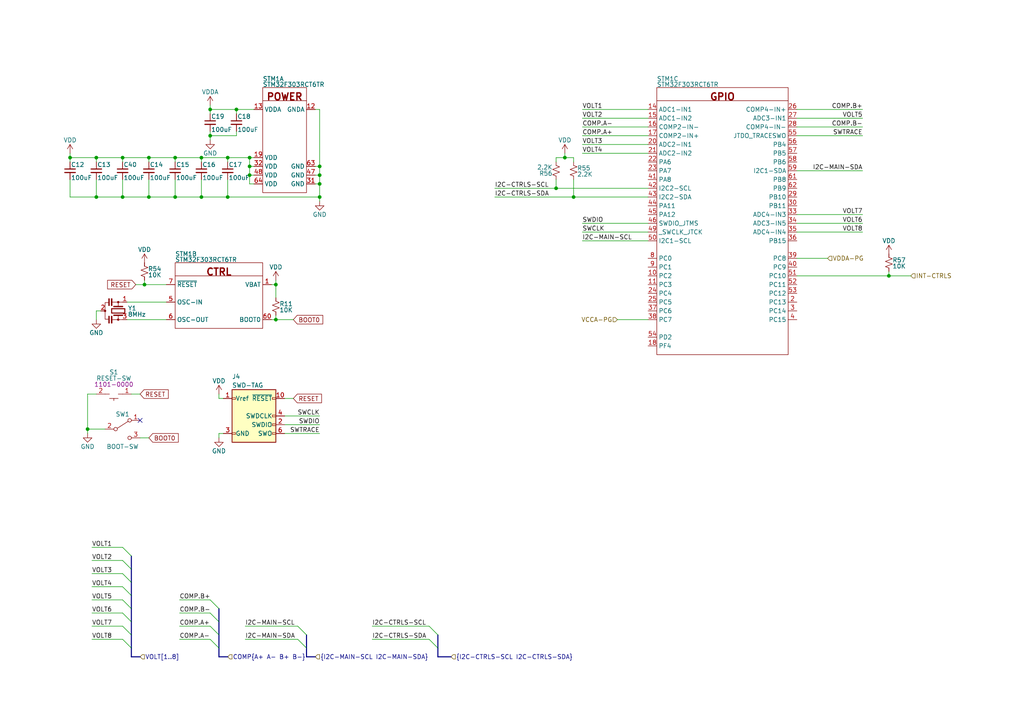
<source format=kicad_sch>
(kicad_sch (version 20230121) (generator eeschema)

  (uuid e923b93c-1af7-4d61-93f4-a0710768929c)

  (paper "A4")

  (title_block
    (title "BenchyReloaded Volt Meters")
    (rev "REV1")
    (company "Daxxn Industries")
  )

  (lib_symbols
    (symbol "Daxxn_Buttons:GENERIC-SWITCH-2P" (in_bom yes) (on_board yes)
      (property "Reference" "S" (at 0 5.08 0)
        (effects (font (size 1.27 1.27)))
      )
      (property "Value" "GENERIC-SWITCH-2P" (at 0 3.81 0)
        (effects (font (size 1.27 1.27)))
      )
      (property "Footprint" "" (at 0 6.35 0)
        (effects (font (size 1.27 1.27)) hide)
      )
      (property "Datasheet" "" (at 0 7.62 0)
        (effects (font (size 1.27 1.27)) hide)
      )
      (property "PartNumber" "1101-0000" (at 0 -1.27 0)
        (effects (font (size 1.27 1.27)))
      )
      (property "ki_keywords" "switch button push" (at 0 0 0)
        (effects (font (size 1.27 1.27)) hide)
      )
      (property "ki_description" "Basic switch" (at 0 0 0)
        (effects (font (size 1.27 1.27)) hide)
      )
      (property "ki_fp_filters" "Button_Switch_SMD:SW_SPST_CK_RS282G05A3 Button_Switch_SMD:SW_SPST_Omron_B3FS-100xP Button_Switch_SMD:SW_SPST_B3S-1000 Daxxn_Switches:SW_PUSH_12-PV Daxxn_Switches:TL3365AF180QG Daxxn_Switches:SW_Push_10-SV" (at 0 0 0)
        (effects (font (size 1.27 1.27)) hide)
      )
      (symbol "GENERIC-SWITCH-2P_0_0"
        (polyline
          (pts
            (xy -2.54 0)
            (xy -1.27 0)
          )
          (stroke (width 0) (type default))
          (fill (type none))
        )
        (polyline
          (pts
            (xy -1.27 1.27)
            (xy 1.27 1.27)
          )
          (stroke (width 0) (type default))
          (fill (type none))
        )
        (polyline
          (pts
            (xy 0 1.27)
            (xy 0 1.905)
          )
          (stroke (width 0) (type default))
          (fill (type none))
        )
        (polyline
          (pts
            (xy 2.54 0)
            (xy 1.27 0)
          )
          (stroke (width 0) (type default))
          (fill (type none))
        )
        (pin passive line (at -5.08 0 0) (length 2.54)
          (name "~" (effects (font (size 1.27 1.27))))
          (number "1" (effects (font (size 1.27 1.27))))
        )
        (pin passive line (at 5.08 0 180) (length 2.54)
          (name "~" (effects (font (size 1.27 1.27))))
          (number "2" (effects (font (size 1.27 1.27))))
        )
      )
    )
    (symbol "Daxxn_Connectors:SWD-TAG" (pin_names (offset 1.016)) (in_bom yes) (on_board yes)
      (property "Reference" "J" (at 0 3.81 0)
        (effects (font (size 1.27 1.27)) (justify left))
      )
      (property "Value" "SWD-TAG" (at 0 1.27 0)
        (effects (font (size 1.27 1.27)) (justify left))
      )
      (property "Footprint" "Connector:Tag-Connect_TC2050-IDC-FP_2x05_P1.27mm_Vertical" (at 0 6.35 0)
        (effects (font (size 1.27 1.27)) hide)
      )
      (property "Datasheet" "~" (at 0 8.89 0)
        (effects (font (size 1.27 1.27)) hide)
      )
      (property "ki_keywords" "Cortex Debug Connector ARM SWD JTAG" (at 0 0 0)
        (effects (font (size 1.27 1.27)) hide)
      )
      (property "ki_description" "Cortex Debug Connector, standard ARM Cortex-M SWD and JTAG interface" (at 0 0 0)
        (effects (font (size 1.27 1.27)) hide)
      )
      (property "ki_fp_filters" "PinHeader?2x05?P1.27mm*" (at 0 0 0)
        (effects (font (size 1.27 1.27)) hide)
      )
      (symbol "SWD-TAG_0_1"
        (rectangle (start 0 -12.446) (end 1.016 -12.954)
          (stroke (width 0) (type default))
          (fill (type none))
        )
        (rectangle (start 0 -2.794) (end 1.016 -2.286)
          (stroke (width 0) (type default))
          (fill (type none))
        )
        (rectangle (start 0 0) (end 12.7 -15.24)
          (stroke (width 0.254) (type default))
          (fill (type background))
        )
        (rectangle (start 11.684 -7.874) (end 12.7 -7.366)
          (stroke (width 0) (type default))
          (fill (type none))
        )
        (rectangle (start 12.7 -12.954) (end 11.684 -12.446)
          (stroke (width 0) (type default))
          (fill (type none))
        )
        (rectangle (start 12.7 -10.414) (end 11.684 -9.906)
          (stroke (width 0) (type default))
          (fill (type none))
        )
        (rectangle (start 12.7 -2.286) (end 11.684 -2.794)
          (stroke (width 0) (type default))
          (fill (type none))
        )
      )
      (symbol "SWD-TAG_1_1"
        (pin power_in line (at -2.54 -2.54 0) (length 2.54)
          (name "Vref" (effects (font (size 1.27 1.27))))
          (number "1" (effects (font (size 1.27 1.27))))
        )
        (pin open_collector line (at 15.24 -2.54 180) (length 2.54)
          (name "~{RESET}" (effects (font (size 1.27 1.27))))
          (number "10" (effects (font (size 1.27 1.27))))
        )
        (pin bidirectional line (at 15.24 -10.16 180) (length 2.54)
          (name "SWDIO" (effects (font (size 1.27 1.27))))
          (number "2" (effects (font (size 1.27 1.27))))
        )
        (pin power_in line (at -2.54 -12.7 0) (length 2.54)
          (name "GND" (effects (font (size 1.27 1.27))))
          (number "3" (effects (font (size 1.27 1.27))))
        )
        (pin output line (at 15.24 -7.62 180) (length 2.54)
          (name "SWDCLK" (effects (font (size 1.27 1.27))))
          (number "4" (effects (font (size 1.27 1.27))))
        )
        (pin passive line (at -2.54 -12.7 0) (length 2.54) hide
          (name "GND" (effects (font (size 1.27 1.27))))
          (number "5" (effects (font (size 1.27 1.27))))
        )
        (pin input line (at 15.24 -12.7 180) (length 2.54)
          (name "SWO" (effects (font (size 1.27 1.27))))
          (number "6" (effects (font (size 1.27 1.27))))
        )
        (pin no_connect line (at -2.54 -6.35 0) (length 2.54) hide
          (name "NC" (effects (font (size 1.27 1.27))))
          (number "7" (effects (font (size 1.27 1.27))))
        )
        (pin no_connect line (at -2.54 -7.62 0) (length 2.54) hide
          (name "NC" (effects (font (size 1.27 1.27))))
          (number "8" (effects (font (size 1.27 1.27))))
        )
        (pin passive line (at -2.54 -12.7 0) (length 2.54) hide
          (name "GNDDetect" (effects (font (size 1.27 1.27))))
          (number "9" (effects (font (size 1.27 1.27))))
        )
      )
    )
    (symbol "Daxxn_STMicros:STM32F303RCT6TR" (in_bom yes) (on_board yes)
      (property "Reference" "STM" (at 0 2.54 0)
        (effects (font (size 1.27 1.27)) (justify left))
      )
      (property "Value" "STM32F303RCT6TR" (at 0 0.889 0)
        (effects (font (size 1.27 1.27)) (justify left))
      )
      (property "Footprint" "Package_QFP:LQFP-64_10x10mm_P0.5mm" (at 19.05 6.35 0)
        (effects (font (size 1.27 1.27)) hide)
      )
      (property "Datasheet" "%LOCAL_DATASHEETS%/STM32F303xC.pdf" (at 19.05 3.81 0)
        (effects (font (size 1.27 1.27)) hide)
      )
      (property "ki_locked" "" (at 0 0 0)
        (effects (font (size 1.27 1.27)))
      )
      (property "ki_keywords" "stm32 arm f3 microcontroller 32b single-core 72mhz smd lqfp" (at 0 0 0)
        (effects (font (size 1.27 1.27)) hide)
      )
      (property "ki_description" "STM32 ARM Cortex-M4 F3-Series Microcontroller IC 32-Bit Single-Core 72MHz 256KB FLASH 64-LQFP" (at 0 0 0)
        (effects (font (size 1.27 1.27)) hide)
      )
      (symbol "STM32F303RCT6TR_1_0"
        (pin power_in line (at 15.24 -6.35 180) (length 2.54)
          (name "GNDA" (effects (font (size 1.27 1.27))))
          (number "12" (effects (font (size 1.27 1.27))))
        )
        (pin power_in line (at -2.54 -6.35 0) (length 2.54)
          (name "VDDA" (effects (font (size 1.27 1.27))))
          (number "13" (effects (font (size 1.27 1.27))))
        )
        (pin power_in line (at -2.54 -20.32 0) (length 2.54)
          (name "VDD" (effects (font (size 1.27 1.27))))
          (number "19" (effects (font (size 1.27 1.27))))
        )
        (pin power_in line (at 15.24 -27.94 180) (length 2.54)
          (name "GND" (effects (font (size 1.27 1.27))))
          (number "31" (effects (font (size 1.27 1.27))))
        )
        (pin power_in line (at -2.54 -22.86 0) (length 2.54)
          (name "VDD" (effects (font (size 1.27 1.27))))
          (number "32" (effects (font (size 1.27 1.27))))
        )
        (pin power_in line (at 15.24 -25.4 180) (length 2.54)
          (name "GND" (effects (font (size 1.27 1.27))))
          (number "47" (effects (font (size 1.27 1.27))))
        )
        (pin power_in line (at -2.54 -25.4 0) (length 2.54)
          (name "VDD" (effects (font (size 1.27 1.27))))
          (number "48" (effects (font (size 1.27 1.27))))
        )
        (pin power_in line (at 15.24 -22.86 180) (length 2.54)
          (name "GND" (effects (font (size 1.27 1.27))))
          (number "63" (effects (font (size 1.27 1.27))))
        )
        (pin power_in line (at -2.54 -27.94 0) (length 2.54)
          (name "VDD" (effects (font (size 1.27 1.27))))
          (number "64" (effects (font (size 1.27 1.27))))
        )
      )
      (symbol "STM32F303RCT6TR_1_1"
        (polyline
          (pts
            (xy 0 -3.81)
            (xy 12.7 -3.81)
          )
          (stroke (width 0) (type default))
          (fill (type none))
        )
        (rectangle (start 0 0) (end 12.7 -30.48)
          (stroke (width 0) (type default))
          (fill (type none))
        )
        (text "POWER" (at 6.35 -3.81 0)
          (effects (font (size 2 2) bold) (justify bottom))
        )
      )
      (symbol "STM32F303RCT6TR_2_0"
        (pin input line (at 27.94 -6.35 180) (length 2.54)
          (name "VBAT" (effects (font (size 1.27 1.27))))
          (number "1" (effects (font (size 1.27 1.27))))
        )
        (pin bidirectional line (at -2.54 -11.43 0) (length 2.54)
          (name "OSC-IN" (effects (font (size 1.27 1.27))))
          (number "5" (effects (font (size 1.27 1.27))))
          (alternate "I2C2-SDA" bidirectional line)
          (alternate "PF0" bidirectional line)
          (alternate "TIM1-CH3-" bidirectional line)
        )
        (pin bidirectional line (at -2.54 -16.51 0) (length 2.54)
          (name "OSC-OUT" (effects (font (size 1.27 1.27))))
          (number "6" (effects (font (size 1.27 1.27))))
          (alternate "I2C2-SCL" bidirectional line)
          (alternate "PF1" bidirectional line)
        )
        (pin input line (at 27.94 -16.51 180) (length 2.54)
          (name "BOOT0" (effects (font (size 1.27 1.27))))
          (number "60" (effects (font (size 1.27 1.27))))
        )
        (pin input line (at -2.54 -6.35 0) (length 2.54)
          (name "~{RESET}" (effects (font (size 1.27 1.27))))
          (number "7" (effects (font (size 1.27 1.27))))
        )
      )
      (symbol "STM32F303RCT6TR_2_1"
        (polyline
          (pts
            (xy 0 -3.81)
            (xy 25.4 -3.81)
          )
          (stroke (width 0) (type default))
          (fill (type none))
        )
        (rectangle (start 0 0) (end 25.4 -19.05)
          (stroke (width 0) (type default))
          (fill (type none))
        )
        (text "CTRL" (at 12.7 -3.81 0)
          (effects (font (size 2 2) bold) (justify bottom))
        )
      )
      (symbol "STM32F303RCT6TR_3_0"
        (pin bidirectional line (at -2.54 -54.61 0) (length 2.54)
          (name "PC2" (effects (font (size 1.27 1.27))))
          (number "10" (effects (font (size 1.27 1.27))))
          (alternate "ADC12-IN8" bidirectional line)
          (alternate "COMP7-OUT" bidirectional line)
        )
        (pin bidirectional line (at -2.54 -57.15 0) (length 2.54)
          (name "PC3" (effects (font (size 1.27 1.27))))
          (number "11" (effects (font (size 1.27 1.27))))
          (alternate "ADC12-IN9" bidirectional line)
          (alternate "TIM1-BKIN2" bidirectional line)
        )
        (pin bidirectional line (at -2.54 -6.35 0) (length 2.54)
          (name "PA0" (effects (font (size 1.27 1.27))))
          (number "14" (effects (font (size 1.27 1.27))))
          (alternate "ADC1-IN1" bidirectional line)
          (alternate "COMP1-IN-" bidirectional line)
          (alternate "COMP1-OUT" bidirectional line)
          (alternate "COMP7-IN+" bidirectional line)
          (alternate "RTC-TAMP2" bidirectional line)
          (alternate "TIM2-CH1-ETR" bidirectional line)
          (alternate "TIM8-BKIN" bidirectional line)
          (alternate "TIM8-ETR" bidirectional line)
          (alternate "TSC-G1-IO1" bidirectional line)
          (alternate "USART2-CTS" bidirectional line)
          (alternate "WKUP1" bidirectional line)
        )
        (pin bidirectional line (at -2.54 -8.89 0) (length 2.54)
          (name "PA1" (effects (font (size 1.27 1.27))))
          (number "15" (effects (font (size 1.27 1.27))))
          (alternate "ADC1-IN2" bidirectional line)
          (alternate "COMP1-IN+" bidirectional line)
          (alternate "OPAMP1-VIN+" bidirectional line)
          (alternate "OPAMP3-VIN+" bidirectional line)
          (alternate "RTC-REFIN" bidirectional line)
          (alternate "TIM15-CH1-" bidirectional line)
          (alternate "TIM2-CH2" bidirectional line)
          (alternate "TSC-G1-IO2" bidirectional line)
          (alternate "USART2-RTS-DE" bidirectional line)
        )
        (pin bidirectional line (at -2.54 -11.43 0) (length 2.54)
          (name "PA2" (effects (font (size 1.27 1.27))))
          (number "16" (effects (font (size 1.27 1.27))))
          (alternate "ADC1-IN3" bidirectional line)
          (alternate "COMP2-IN-" bidirectional line)
          (alternate "COMP2-OUT" bidirectional line)
          (alternate "OPAMP1-VOUT" bidirectional line)
          (alternate "TIM15-CH1" bidirectional line)
          (alternate "TIM2-CH3" bidirectional line)
          (alternate "TSC-G1-IO3" bidirectional line)
          (alternate "USART2-TX" bidirectional line)
        )
        (pin bidirectional line (at -2.54 -13.97 0) (length 2.54)
          (name "PA3" (effects (font (size 1.27 1.27))))
          (number "17" (effects (font (size 1.27 1.27))))
          (alternate "ADC1-IN4" bidirectional line)
          (alternate "COMP2-IN+" bidirectional line)
          (alternate "OPAMP1-VIN+" bidirectional line)
          (alternate "OPAMP1-VIN-" bidirectional line)
          (alternate "TIM15-CH2" bidirectional line)
          (alternate "TIM2-CH4" bidirectional line)
          (alternate "TSC-G1-IO4" bidirectional line)
          (alternate "USART2-RX" bidirectional line)
        )
        (pin bidirectional line (at -2.54 -74.93 0) (length 2.54)
          (name "PF4" (effects (font (size 1.27 1.27))))
          (number "18" (effects (font (size 1.27 1.27))))
          (alternate "ADC1-IN5" bidirectional line)
          (alternate "COMP1-OUT" bidirectional line)
        )
        (pin bidirectional line (at 40.64 -62.23 180) (length 2.54)
          (name "PC13" (effects (font (size 1.27 1.27))))
          (number "2" (effects (font (size 1.27 1.27))))
          (alternate "RTC-OUT" bidirectional line)
          (alternate "RTC-TAMP1" bidirectional line)
          (alternate "RTC-TS" bidirectional line)
          (alternate "TIM1-CH1-" bidirectional line)
          (alternate "WKUP2" bidirectional line)
        )
        (pin bidirectional line (at -2.54 -16.51 0) (length 2.54)
          (name "PA4" (effects (font (size 1.27 1.27))))
          (number "20" (effects (font (size 1.27 1.27))))
          (alternate "ADC2-IN1" bidirectional line)
          (alternate "COMP1-IN-" bidirectional line)
          (alternate "COMP2-IN-" bidirectional line)
          (alternate "COMP3-IN-" bidirectional line)
          (alternate "COMP4-IN-" bidirectional line)
          (alternate "COMP5-IN-" bidirectional line)
          (alternate "COMP6-IN-" bidirectional line)
          (alternate "COMP7-IN-" bidirectional line)
          (alternate "DAC1-OUT1" bidirectional line)
          (alternate "I2S3-WS" bidirectional line)
          (alternate "OPAMP4-VIN+" bidirectional line)
          (alternate "SPI1-~{SS}" bidirectional line)
          (alternate "SPI3-~{SS}" bidirectional line)
          (alternate "TIM3-CH2" bidirectional line)
          (alternate "TSC-G2-IO1" bidirectional line)
          (alternate "USART2-CK" bidirectional line)
        )
        (pin bidirectional line (at -2.54 -19.05 0) (length 2.54)
          (name "PA5" (effects (font (size 1.27 1.27))))
          (number "21" (effects (font (size 1.27 1.27))))
          (alternate "ADC2-IN2" bidirectional line)
          (alternate "COMP1-IN-" bidirectional line)
          (alternate "COMP2-IN-" bidirectional line)
          (alternate "COMP3-IN-" bidirectional line)
          (alternate "COMP4-IN-" bidirectional line)
          (alternate "COMP5-IN-" bidirectional line)
          (alternate "COMP6-IN-" bidirectional line)
          (alternate "COMP7-IN-" bidirectional line)
          (alternate "DAC1-OUT2" bidirectional line)
          (alternate "OPAMP1-VIN+" bidirectional line)
          (alternate "OPAMP2-VIN-" bidirectional line)
          (alternate "OPAMP3-VIN+" bidirectional line)
          (alternate "SPI1-SCK" bidirectional line)
          (alternate "TIM2-CH1-ETR" bidirectional line)
          (alternate "TSC-G2-IO2" bidirectional line)
        )
        (pin bidirectional line (at -2.54 -21.59 0) (length 2.54)
          (name "PA6" (effects (font (size 1.27 1.27))))
          (number "22" (effects (font (size 1.27 1.27))))
          (alternate "ADC2-IN3" bidirectional line)
          (alternate "COMP1-OUT" bidirectional line)
          (alternate "OPAMP2-VOUT" bidirectional line)
          (alternate "SPI1-CIPO" bidirectional line)
          (alternate "TIM1-BKIN" bidirectional line)
          (alternate "TIM16-CH1" bidirectional line)
          (alternate "TIM3-CH1" bidirectional line)
          (alternate "TIM8-BKIN" bidirectional line)
          (alternate "TSC-G2-IO3" bidirectional line)
        )
        (pin bidirectional line (at -2.54 -24.13 0) (length 2.54)
          (name "PA7" (effects (font (size 1.27 1.27))))
          (number "23" (effects (font (size 1.27 1.27))))
          (alternate "ADC2-IN4" bidirectional line)
          (alternate "COMP2-IN+" bidirectional line)
          (alternate "COMP2-OUT" bidirectional line)
          (alternate "OPAMP1-VIN+" bidirectional line)
          (alternate "OPAMP2-VIN+" bidirectional line)
          (alternate "SPI1-COPI" bidirectional line)
          (alternate "TIM1-CH1-" bidirectional line)
          (alternate "TIM17-CH1" bidirectional line)
          (alternate "TIM3-CH2" bidirectional line)
          (alternate "TIM8-CH1-" bidirectional line)
          (alternate "TSC-G2-IO4" bidirectional line)
        )
        (pin bidirectional line (at -2.54 -59.69 0) (length 2.54)
          (name "PC4" (effects (font (size 1.27 1.27))))
          (number "24" (effects (font (size 1.27 1.27))))
          (alternate "ADC2-IN5" bidirectional line)
          (alternate "USART1-TX" bidirectional line)
        )
        (pin bidirectional line (at -2.54 -62.23 0) (length 2.54)
          (name "PC5" (effects (font (size 1.27 1.27))))
          (number "25" (effects (font (size 1.27 1.27))))
          (alternate "ADC2-IN11" bidirectional line)
          (alternate "OPAMP1-VIN+" bidirectional line)
          (alternate "OPAMP2-VIN+" bidirectional line)
          (alternate "TSC-G3-IO1" bidirectional line)
          (alternate "USART1-RX" bidirectional line)
        )
        (pin bidirectional line (at 40.64 -6.35 180) (length 2.54)
          (name "PB0" (effects (font (size 1.27 1.27))))
          (number "26" (effects (font (size 1.27 1.27))))
          (alternate "ADC3-IN12" bidirectional line)
          (alternate "COMP4-IN+" bidirectional line)
          (alternate "OPAMP2-VIN+" bidirectional line)
          (alternate "OPAMP3-VIN+" bidirectional line)
          (alternate "TIM1-CH2-" bidirectional line)
          (alternate "TIM3-CH3" bidirectional line)
          (alternate "TIM8-CH2-" bidirectional line)
          (alternate "TSC-G3-IO2" bidirectional line)
        )
        (pin bidirectional line (at 40.64 -8.89 180) (length 2.54)
          (name "PB1" (effects (font (size 1.27 1.27))))
          (number "27" (effects (font (size 1.27 1.27))))
          (alternate "ADC3-IN1" bidirectional line)
          (alternate "COMP4-OUT" bidirectional line)
          (alternate "OPAMP3-VOUT" bidirectional line)
          (alternate "TIM1-CH3-" bidirectional line)
          (alternate "TIM3-CH4" bidirectional line)
          (alternate "TIM8-CH3-" bidirectional line)
          (alternate "TSC-G3-IO3" bidirectional line)
        )
        (pin bidirectional line (at 40.64 -11.43 180) (length 2.54)
          (name "PB2" (effects (font (size 1.27 1.27))))
          (number "28" (effects (font (size 1.27 1.27))))
          (alternate "ADC2-IN12" bidirectional line)
          (alternate "COMP4-IN-" bidirectional line)
          (alternate "OPAMP3-VIN-" bidirectional line)
          (alternate "TSC-G3-IO4" bidirectional line)
        )
        (pin bidirectional line (at 40.64 -31.75 180) (length 2.54)
          (name "PB10" (effects (font (size 1.27 1.27))))
          (number "29" (effects (font (size 1.27 1.27))))
          (alternate "COMP5-IN-" bidirectional line)
          (alternate "OPAMP3-VIN-" bidirectional line)
          (alternate "OPAMP4-VIN-" bidirectional line)
          (alternate "TIM2-CH3" bidirectional line)
          (alternate "TSC-SYNC" bidirectional line)
          (alternate "USART3-TX" bidirectional line)
        )
        (pin bidirectional line (at 40.64 -64.77 180) (length 2.54)
          (name "PC14" (effects (font (size 1.27 1.27))))
          (number "3" (effects (font (size 1.27 1.27))))
          (alternate "OSC32-IN" bidirectional line)
        )
        (pin bidirectional line (at 40.64 -34.29 180) (length 2.54)
          (name "PB11" (effects (font (size 1.27 1.27))))
          (number "30" (effects (font (size 1.27 1.27))))
          (alternate "COMP6-IN+" bidirectional line)
          (alternate "OPAMP4-VIN+" bidirectional line)
          (alternate "TIM2-CH4" bidirectional line)
          (alternate "TSC-G6-IO1" bidirectional line)
          (alternate "USART3-RX" bidirectional line)
        )
        (pin bidirectional line (at 40.64 -36.83 180) (length 2.54)
          (name "PB12" (effects (font (size 1.27 1.27))))
          (number "33" (effects (font (size 1.27 1.27))))
          (alternate "ADC4-IN3" bidirectional line)
          (alternate "COMP3-IN-" bidirectional line)
          (alternate "I2C2-SMBA" bidirectional line)
          (alternate "I2S2-WS" bidirectional line)
          (alternate "OPAMP4-VOUT" bidirectional line)
          (alternate "SPI2-~{SS}" bidirectional line)
          (alternate "TIM1-BKIN" bidirectional line)
          (alternate "TSC-G6-IO2" bidirectional line)
          (alternate "USART3-CK" bidirectional line)
        )
        (pin bidirectional line (at 40.64 -39.37 180) (length 2.54)
          (name "PB13" (effects (font (size 1.27 1.27))))
          (number "34" (effects (font (size 1.27 1.27))))
          (alternate "ADC3-IN5" bidirectional line)
          (alternate "COMP5-IN+" bidirectional line)
          (alternate "I2S2-CK" bidirectional line)
          (alternate "OPAMP3-VIN+" bidirectional line)
          (alternate "OPAMP4-VIN+" bidirectional line)
          (alternate "SPI2-SCK" bidirectional line)
          (alternate "TIM1-CH1-" bidirectional line)
          (alternate "TSC-G6-IO3" bidirectional line)
          (alternate "USART3-CTS" bidirectional line)
        )
        (pin bidirectional line (at 40.64 -41.91 180) (length 2.54)
          (name "PB14" (effects (font (size 1.27 1.27))))
          (number "35" (effects (font (size 1.27 1.27))))
          (alternate "ADC4-IN4" bidirectional line)
          (alternate "COMP3-IN+" bidirectional line)
          (alternate "I2S2ext-SD" bidirectional line)
          (alternate "OPAMP2-VIN+" bidirectional line)
          (alternate "SPI2-CIPO" bidirectional line)
          (alternate "TIM1-CH2-" bidirectional line)
          (alternate "TIM15-CH1" bidirectional line)
          (alternate "TSC-G6-IO4" bidirectional line)
          (alternate "USART3-RTS-DE" bidirectional line)
        )
        (pin bidirectional line (at 40.64 -44.45 180) (length 2.54)
          (name "PB15" (effects (font (size 1.27 1.27))))
          (number "36" (effects (font (size 1.27 1.27))))
          (alternate "ADC4-IN5" bidirectional line)
          (alternate "COMP6-IN-" bidirectional line)
          (alternate "I2S2-SD" bidirectional line)
          (alternate "RTC-REFIN" bidirectional line)
          (alternate "SPI2-COPI" bidirectional line)
          (alternate "TIM1-CH3-" bidirectional line)
          (alternate "TIM15-CH1-" bidirectional line)
          (alternate "TIM15-CH2" bidirectional line)
        )
        (pin bidirectional line (at -2.54 -64.77 0) (length 2.54)
          (name "PC6" (effects (font (size 1.27 1.27))))
          (number "37" (effects (font (size 1.27 1.27))))
          (alternate "COMP6-OUT" bidirectional line)
          (alternate "I2S2-MCK" bidirectional line)
          (alternate "TIM3-CH1" bidirectional line)
          (alternate "TIM8-CH1" bidirectional line)
        )
        (pin bidirectional line (at -2.54 -67.31 0) (length 2.54)
          (name "PC7" (effects (font (size 1.27 1.27))))
          (number "38" (effects (font (size 1.27 1.27))))
          (alternate "COMP5-OUT" bidirectional line)
          (alternate "I2S3-MCK" bidirectional line)
          (alternate "TIM3-CH2" bidirectional line)
          (alternate "TIM8-CH2" bidirectional line)
        )
        (pin bidirectional line (at 40.64 -49.53 180) (length 2.54)
          (name "PC8" (effects (font (size 1.27 1.27))))
          (number "39" (effects (font (size 1.27 1.27))))
          (alternate "COMP3-OUT" bidirectional line)
          (alternate "TIM3-CH3" bidirectional line)
          (alternate "TIM8-CH3" bidirectional line)
        )
        (pin bidirectional line (at 40.64 -67.31 180) (length 2.54)
          (name "PC15" (effects (font (size 1.27 1.27))))
          (number "4" (effects (font (size 1.27 1.27))))
          (alternate "OSC32-OUT" bidirectional line)
        )
        (pin bidirectional line (at 40.64 -52.07 180) (length 2.54)
          (name "PC9" (effects (font (size 1.27 1.27))))
          (number "40" (effects (font (size 1.27 1.27))))
          (alternate "I2S-CKIN" bidirectional line)
          (alternate "TIM3-CH4" bidirectional line)
          (alternate "TIM8-BKIN2" bidirectional line)
          (alternate "TIM8-CH4" bidirectional line)
        )
        (pin bidirectional line (at -2.54 -26.67 0) (length 2.54)
          (name "PA8" (effects (font (size 1.27 1.27))))
          (number "41" (effects (font (size 1.27 1.27))))
          (alternate "COMP3-OUT" bidirectional line)
          (alternate "I2C2-SMBA" bidirectional line)
          (alternate "I2S2-MCK" bidirectional line)
          (alternate "MCO" bidirectional line)
          (alternate "TIM1-CH1" bidirectional line)
          (alternate "TIM4-ETR" bidirectional line)
          (alternate "USART1-CK" bidirectional line)
        )
        (pin bidirectional line (at -2.54 -29.21 0) (length 2.54)
          (name "PA9" (effects (font (size 1.27 1.27))))
          (number "42" (effects (font (size 1.27 1.27))))
          (alternate "COMP5-OUT" bidirectional line)
          (alternate "I2C2-SCL" bidirectional line)
          (alternate "I2S3-MCK" bidirectional line)
          (alternate "TIM1-CH2" bidirectional line)
          (alternate "TIM15-BKIN" bidirectional line)
          (alternate "TIM2-CH3" bidirectional line)
          (alternate "TSC-G4-IO1" bidirectional line)
          (alternate "USART1-TX" bidirectional line)
        )
        (pin bidirectional line (at -2.54 -31.75 0) (length 2.54)
          (name "PA10" (effects (font (size 1.27 1.27))))
          (number "43" (effects (font (size 1.27 1.27))))
          (alternate "COMP6-OUT" bidirectional line)
          (alternate "I2C2-SDA" bidirectional line)
          (alternate "TIM1-CH3" bidirectional line)
          (alternate "TIM17-BKIN" bidirectional line)
          (alternate "TIM2-CH4" bidirectional line)
          (alternate "TIM8-BKIN" bidirectional line)
          (alternate "TSC-G4-IO2" bidirectional line)
          (alternate "USART1-RX" bidirectional line)
        )
        (pin bidirectional line (at -2.54 -34.29 0) (length 2.54)
          (name "PA11" (effects (font (size 1.27 1.27))))
          (number "44" (effects (font (size 1.27 1.27))))
          (alternate "CAN-RX" bidirectional line)
          (alternate "COMP1-OUT" bidirectional line)
          (alternate "TIM1-BKIN2" bidirectional line)
          (alternate "TIM1-CH1-" bidirectional line)
          (alternate "TIM1-CH4" bidirectional line)
          (alternate "TIM4-CH1" bidirectional line)
          (alternate "USART1-CTS" bidirectional line)
          (alternate "USB-D-" bidirectional line)
        )
        (pin bidirectional line (at -2.54 -36.83 0) (length 2.54)
          (name "PA12" (effects (font (size 1.27 1.27))))
          (number "45" (effects (font (size 1.27 1.27))))
          (alternate "CAN-TX" bidirectional line)
          (alternate "COMP2-OUT" bidirectional line)
          (alternate "TIM1-CH2-" bidirectional line)
          (alternate "TIM1-ETR" bidirectional line)
          (alternate "TIM16-CH1" bidirectional line)
          (alternate "TIM4-CH2" bidirectional line)
          (alternate "USART1-RTS-DE" bidirectional line)
          (alternate "USB-D+" bidirectional line)
        )
        (pin bidirectional line (at -2.54 -39.37 0) (length 2.54)
          (name "PA13" (effects (font (size 1.27 1.27))))
          (number "46" (effects (font (size 1.27 1.27))))
          (alternate "IR-OUT" bidirectional line)
          (alternate "SWDIO_JTMS" bidirectional line)
          (alternate "TIM16-CH1-" bidirectional line)
          (alternate "TIM4-CH3" bidirectional line)
          (alternate "TSC-G4-IO3" bidirectional line)
          (alternate "USART3-CTS" bidirectional line)
        )
        (pin bidirectional line (at -2.54 -41.91 0) (length 2.54)
          (name "PA14" (effects (font (size 1.27 1.27))))
          (number "49" (effects (font (size 1.27 1.27))))
          (alternate " SWCLK_JTCK" bidirectional line)
          (alternate "I2C1-SDA" bidirectional line)
          (alternate "TIM1-BKIN" bidirectional line)
          (alternate "TIM8-CH2" bidirectional line)
          (alternate "TSC-G4-IO4" bidirectional line)
          (alternate "USART2-TX" bidirectional line)
        )
        (pin bidirectional line (at -2.54 -44.45 0) (length 2.54)
          (name "PA15" (effects (font (size 1.27 1.27))))
          (number "50" (effects (font (size 1.27 1.27))))
          (alternate "I2C1-SCL" bidirectional line)
          (alternate "I2S3-WS" bidirectional line)
          (alternate "JTDI" bidirectional line)
          (alternate "SPI1-~{SS}" bidirectional line)
          (alternate "SPI3-~{SS}" bidirectional line)
          (alternate "TIM1-BKIN" bidirectional line)
          (alternate "TIM2-CH1-ETR" bidirectional line)
          (alternate "TIM8-CH1" bidirectional line)
          (alternate "USART2-RX" bidirectional line)
        )
        (pin bidirectional line (at 40.64 -54.61 180) (length 2.54)
          (name "PC10" (effects (font (size 1.27 1.27))))
          (number "51" (effects (font (size 1.27 1.27))))
          (alternate "I2S3-CK" bidirectional line)
          (alternate "SPI3-SCK" bidirectional line)
          (alternate "TIM8-CH1-" bidirectional line)
          (alternate "UART4-TX" bidirectional line)
          (alternate "USART3-TX" bidirectional line)
        )
        (pin bidirectional line (at 40.64 -57.15 180) (length 2.54)
          (name "PC11" (effects (font (size 1.27 1.27))))
          (number "52" (effects (font (size 1.27 1.27))))
          (alternate "I2S3ext-SD" bidirectional line)
          (alternate "SPI3-CIPO" bidirectional line)
          (alternate "TIM8-CH2-" bidirectional line)
          (alternate "UART4-RX" bidirectional line)
          (alternate "USART3-RX" bidirectional line)
        )
        (pin bidirectional line (at 40.64 -59.69 180) (length 2.54)
          (name "PC12" (effects (font (size 1.27 1.27))))
          (number "53" (effects (font (size 1.27 1.27))))
          (alternate "I2S3-SD" bidirectional line)
          (alternate "SPI3-COPI" bidirectional line)
          (alternate "TIM8-CH3-" bidirectional line)
          (alternate "UART5-TX" bidirectional line)
          (alternate "USART3-CK" bidirectional line)
        )
        (pin bidirectional line (at -2.54 -72.39 0) (length 2.54)
          (name "PD2" (effects (font (size 1.27 1.27))))
          (number "54" (effects (font (size 1.27 1.27))))
          (alternate "TIM3-ETR" bidirectional line)
          (alternate "TIM8-BKIN" bidirectional line)
          (alternate "UART5-RX" bidirectional line)
        )
        (pin bidirectional line (at 40.64 -13.97 180) (length 2.54)
          (name "PB3" (effects (font (size 1.27 1.27))))
          (number "55" (effects (font (size 1.27 1.27))))
          (alternate "I2S3-CK" bidirectional line)
          (alternate "JTDO_TRACESWO" bidirectional line)
          (alternate "SPI1-SCK" bidirectional line)
          (alternate "SPI3-SCK" bidirectional line)
          (alternate "TIM2-CH2" bidirectional line)
          (alternate "TIM3-ETR" bidirectional line)
          (alternate "TIM4-ETR" bidirectional line)
          (alternate "TIM8-CH1-" bidirectional line)
          (alternate "TSC-G5-IO1" bidirectional line)
          (alternate "USART2-TX" bidirectional line)
        )
        (pin bidirectional line (at 40.64 -16.51 180) (length 2.54)
          (name "PB4" (effects (font (size 1.27 1.27))))
          (number "56" (effects (font (size 1.27 1.27))))
          (alternate "I2S3ext-SD" bidirectional line)
          (alternate "NJTRST" bidirectional line)
          (alternate "SPI1-CIPO" bidirectional line)
          (alternate "SPI3-CIPO" bidirectional line)
          (alternate "TIM16-CH1" bidirectional line)
          (alternate "TIM17-BKIN" bidirectional line)
          (alternate "TIM3-CH1" bidirectional line)
          (alternate "TIM8-CH2-" bidirectional line)
          (alternate "TSC-G5-IO2" bidirectional line)
          (alternate "USART2-RX" bidirectional line)
        )
        (pin bidirectional line (at 40.64 -19.05 180) (length 2.54)
          (name "PB5" (effects (font (size 1.27 1.27))))
          (number "57" (effects (font (size 1.27 1.27))))
          (alternate "I2C1-SMBA" bidirectional line)
          (alternate "I2S3-SD" bidirectional line)
          (alternate "SPI1-COPI" bidirectional line)
          (alternate "SPI3-COPI" bidirectional line)
          (alternate "TIM16-BKIN" bidirectional line)
          (alternate "TIM17-CH1" bidirectional line)
          (alternate "TIM3-CH2" bidirectional line)
          (alternate "TIM8-CH3-" bidirectional line)
          (alternate "USART2-CK" bidirectional line)
        )
        (pin bidirectional line (at 40.64 -21.59 180) (length 2.54)
          (name "PB6" (effects (font (size 1.27 1.27))))
          (number "58" (effects (font (size 1.27 1.27))))
          (alternate "I2C1-SCL" bidirectional line)
          (alternate "TIM16-CH1-" bidirectional line)
          (alternate "TIM4-CH1" bidirectional line)
          (alternate "TIM8-BKIN2" bidirectional line)
          (alternate "TIM8-CH1" bidirectional line)
          (alternate "TIM8-ETR" bidirectional line)
          (alternate "TSC-G5-IO3" bidirectional line)
          (alternate "USART1-TX" bidirectional line)
        )
        (pin bidirectional line (at 40.64 -24.13 180) (length 2.54)
          (name "PB7" (effects (font (size 1.27 1.27))))
          (number "59" (effects (font (size 1.27 1.27))))
          (alternate "I2C1-SDA" bidirectional line)
          (alternate "TIM17-CH1-" bidirectional line)
          (alternate "TIM3-CH4" bidirectional line)
          (alternate "TIM4-CH2" bidirectional line)
          (alternate "TIM8-BKIN" bidirectional line)
          (alternate "TSC-G5-IO4" bidirectional line)
          (alternate "USART1-RX" bidirectional line)
        )
        (pin bidirectional line (at 40.64 -26.67 180) (length 2.54)
          (name "PB8" (effects (font (size 1.27 1.27))))
          (number "61" (effects (font (size 1.27 1.27))))
          (alternate "CAN-RX" bidirectional line)
          (alternate "COMP1-OUT" bidirectional line)
          (alternate "I2C1-SCL" bidirectional line)
          (alternate "TIM1-BKIN" bidirectional line)
          (alternate "TIM16-CH1" bidirectional line)
          (alternate "TIM4-CH3" bidirectional line)
          (alternate "TIM8-CH2" bidirectional line)
          (alternate "TSC-SYNC" bidirectional line)
        )
        (pin bidirectional line (at 40.64 -29.21 180) (length 2.54)
          (name "PB9" (effects (font (size 1.27 1.27))))
          (number "62" (effects (font (size 1.27 1.27))))
          (alternate "CAN-TX" bidirectional line)
          (alternate "COMP2-OUT" bidirectional line)
          (alternate "I2C1-SDA" bidirectional line)
          (alternate "IR-OUT" bidirectional line)
          (alternate "TIM17-CH1" bidirectional line)
          (alternate "TIM4-CH4" bidirectional line)
          (alternate "TIM8-CH3" bidirectional line)
        )
        (pin bidirectional line (at -2.54 -49.53 0) (length 2.54)
          (name "PC0" (effects (font (size 1.27 1.27))))
          (number "8" (effects (font (size 1.27 1.27))))
          (alternate "ADC12-IN6" bidirectional line)
          (alternate "COMP7-IN-" bidirectional line)
        )
        (pin bidirectional line (at -2.54 -52.07 0) (length 2.54)
          (name "PC1" (effects (font (size 1.27 1.27))))
          (number "9" (effects (font (size 1.27 1.27))))
          (alternate "ADC12-IN7" bidirectional line)
          (alternate "COMP7-IN+" bidirectional line)
        )
      )
      (symbol "STM32F303RCT6TR_3_1"
        (polyline
          (pts
            (xy 0 -3.81)
            (xy 38.1 -3.81)
          )
          (stroke (width 0) (type default))
          (fill (type none))
        )
        (rectangle (start 0 0) (end 38.1 -77.47)
          (stroke (width 0) (type default))
          (fill (type none))
        )
        (text "GPIO" (at 19.05 -3.81 0)
          (effects (font (size 2 2) bold) (justify bottom))
        )
      )
    )
    (symbol "Device:C_Small" (pin_numbers hide) (pin_names (offset 0.254) hide) (in_bom yes) (on_board yes)
      (property "Reference" "C" (at 0.254 1.778 0)
        (effects (font (size 1.27 1.27)) (justify left))
      )
      (property "Value" "C_Small" (at 0.254 -2.032 0)
        (effects (font (size 1.27 1.27)) (justify left))
      )
      (property "Footprint" "" (at 0 0 0)
        (effects (font (size 1.27 1.27)) hide)
      )
      (property "Datasheet" "~" (at 0 0 0)
        (effects (font (size 1.27 1.27)) hide)
      )
      (property "ki_keywords" "capacitor cap" (at 0 0 0)
        (effects (font (size 1.27 1.27)) hide)
      )
      (property "ki_description" "Unpolarized capacitor, small symbol" (at 0 0 0)
        (effects (font (size 1.27 1.27)) hide)
      )
      (property "ki_fp_filters" "C_*" (at 0 0 0)
        (effects (font (size 1.27 1.27)) hide)
      )
      (symbol "C_Small_0_1"
        (polyline
          (pts
            (xy -1.524 -0.508)
            (xy 1.524 -0.508)
          )
          (stroke (width 0.3302) (type default))
          (fill (type none))
        )
        (polyline
          (pts
            (xy -1.524 0.508)
            (xy 1.524 0.508)
          )
          (stroke (width 0.3048) (type default))
          (fill (type none))
        )
      )
      (symbol "C_Small_1_1"
        (pin passive line (at 0 2.54 270) (length 2.032)
          (name "~" (effects (font (size 1.27 1.27))))
          (number "1" (effects (font (size 1.27 1.27))))
        )
        (pin passive line (at 0 -2.54 90) (length 2.032)
          (name "~" (effects (font (size 1.27 1.27))))
          (number "2" (effects (font (size 1.27 1.27))))
        )
      )
    )
    (symbol "Device:R_Small_US" (pin_numbers hide) (pin_names (offset 0.254) hide) (in_bom yes) (on_board yes)
      (property "Reference" "R" (at 0.762 0.508 0)
        (effects (font (size 1.27 1.27)) (justify left))
      )
      (property "Value" "R_Small_US" (at 0.762 -1.016 0)
        (effects (font (size 1.27 1.27)) (justify left))
      )
      (property "Footprint" "" (at 0 0 0)
        (effects (font (size 1.27 1.27)) hide)
      )
      (property "Datasheet" "~" (at 0 0 0)
        (effects (font (size 1.27 1.27)) hide)
      )
      (property "ki_keywords" "r resistor" (at 0 0 0)
        (effects (font (size 1.27 1.27)) hide)
      )
      (property "ki_description" "Resistor, small US symbol" (at 0 0 0)
        (effects (font (size 1.27 1.27)) hide)
      )
      (property "ki_fp_filters" "R_*" (at 0 0 0)
        (effects (font (size 1.27 1.27)) hide)
      )
      (symbol "R_Small_US_1_1"
        (polyline
          (pts
            (xy 0 0)
            (xy 1.016 -0.381)
            (xy 0 -0.762)
            (xy -1.016 -1.143)
            (xy 0 -1.524)
          )
          (stroke (width 0) (type default))
          (fill (type none))
        )
        (polyline
          (pts
            (xy 0 1.524)
            (xy 1.016 1.143)
            (xy 0 0.762)
            (xy -1.016 0.381)
            (xy 0 0)
          )
          (stroke (width 0) (type default))
          (fill (type none))
        )
        (pin passive line (at 0 2.54 270) (length 1.016)
          (name "~" (effects (font (size 1.27 1.27))))
          (number "1" (effects (font (size 1.27 1.27))))
        )
        (pin passive line (at 0 -2.54 90) (length 1.016)
          (name "~" (effects (font (size 1.27 1.27))))
          (number "2" (effects (font (size 1.27 1.27))))
        )
      )
    )
    (symbol "Device:Resonator_Small" (pin_names (offset 1.016) hide) (in_bom yes) (on_board yes)
      (property "Reference" "Y" (at 3.175 1.905 0)
        (effects (font (size 1.27 1.27)) (justify left))
      )
      (property "Value" "Resonator_Small" (at 3.175 0 0)
        (effects (font (size 1.27 1.27)) (justify left))
      )
      (property "Footprint" "" (at -0.635 0 0)
        (effects (font (size 1.27 1.27)) hide)
      )
      (property "Datasheet" "~" (at -0.635 0 0)
        (effects (font (size 1.27 1.27)) hide)
      )
      (property "ki_keywords" "ceramic resonator" (at 0 0 0)
        (effects (font (size 1.27 1.27)) hide)
      )
      (property "ki_description" "Three pin ceramic resonator, small symbol" (at 0 0 0)
        (effects (font (size 1.27 1.27)) hide)
      )
      (property "ki_fp_filters" "Filter* Resonator*" (at 0 0 0)
        (effects (font (size 1.27 1.27)) hide)
      )
      (symbol "Resonator_Small_0_1"
        (rectangle (start -3.556 -2.54) (end -1.524 -2.794)
          (stroke (width 0) (type default))
          (fill (type outline))
        )
        (rectangle (start -3.556 -1.778) (end -1.524 -2.032)
          (stroke (width 0) (type default))
          (fill (type outline))
        )
        (circle (center -2.54 0) (radius 0.254)
          (stroke (width 0) (type default))
          (fill (type outline))
        )
        (rectangle (start -0.635 1.905) (end 0.635 -1.905)
          (stroke (width 0.3048) (type default))
          (fill (type none))
        )
        (circle (center 0 -3.81) (radius 0.254)
          (stroke (width 0) (type default))
          (fill (type outline))
        )
        (polyline
          (pts
            (xy -2.54 -1.778)
            (xy -2.54 0)
          )
          (stroke (width 0) (type default))
          (fill (type none))
        )
        (polyline
          (pts
            (xy -2.54 0)
            (xy -1.397 0)
          )
          (stroke (width 0) (type default))
          (fill (type none))
        )
        (polyline
          (pts
            (xy -2.54 1.27)
            (xy -2.54 0)
          )
          (stroke (width 0) (type default))
          (fill (type none))
        )
        (polyline
          (pts
            (xy -1.27 -1.27)
            (xy -1.27 1.27)
          )
          (stroke (width 0.381) (type default))
          (fill (type none))
        )
        (polyline
          (pts
            (xy 1.27 -1.27)
            (xy 1.27 1.27)
          )
          (stroke (width 0.381) (type default))
          (fill (type none))
        )
        (polyline
          (pts
            (xy 1.27 0)
            (xy 2.54 0)
          )
          (stroke (width 0) (type default))
          (fill (type none))
        )
        (polyline
          (pts
            (xy 2.54 0)
            (xy 2.54 -1.778)
          )
          (stroke (width 0) (type default))
          (fill (type none))
        )
        (polyline
          (pts
            (xy 2.54 1.27)
            (xy 2.54 0)
          )
          (stroke (width 0) (type default))
          (fill (type none))
        )
        (polyline
          (pts
            (xy 2.413 -2.794)
            (xy 2.413 -3.81)
            (xy -2.413 -3.81)
            (xy -2.413 -2.667)
          )
          (stroke (width 0) (type default))
          (fill (type none))
        )
        (rectangle (start 1.524 -2.54) (end 3.556 -2.794)
          (stroke (width 0) (type default))
          (fill (type outline))
        )
        (rectangle (start 1.524 -1.778) (end 3.556 -2.032)
          (stroke (width 0) (type default))
          (fill (type outline))
        )
        (circle (center 2.54 0) (radius 0.254)
          (stroke (width 0) (type default))
          (fill (type outline))
        )
      )
      (symbol "Resonator_Small_1_1"
        (pin passive line (at -2.54 2.54 270) (length 1.27)
          (name "1" (effects (font (size 1.27 1.27))))
          (number "1" (effects (font (size 1.27 1.27))))
        )
        (pin passive line (at 0 -5.08 90) (length 1.27)
          (name "2" (effects (font (size 1.27 1.27))))
          (number "2" (effects (font (size 1.27 1.27))))
        )
        (pin passive line (at 2.54 2.54 270) (length 1.27)
          (name "3" (effects (font (size 1.27 1.27))))
          (number "3" (effects (font (size 1.27 1.27))))
        )
      )
    )
    (symbol "Switch:SW_SPDT" (pin_names (offset 0) hide) (in_bom yes) (on_board yes)
      (property "Reference" "SW" (at 0 4.318 0)
        (effects (font (size 1.27 1.27)))
      )
      (property "Value" "SW_SPDT" (at 0 -5.08 0)
        (effects (font (size 1.27 1.27)))
      )
      (property "Footprint" "" (at 0 0 0)
        (effects (font (size 1.27 1.27)) hide)
      )
      (property "Datasheet" "~" (at 0 0 0)
        (effects (font (size 1.27 1.27)) hide)
      )
      (property "ki_keywords" "switch single-pole double-throw spdt ON-ON" (at 0 0 0)
        (effects (font (size 1.27 1.27)) hide)
      )
      (property "ki_description" "Switch, single pole double throw" (at 0 0 0)
        (effects (font (size 1.27 1.27)) hide)
      )
      (symbol "SW_SPDT_0_0"
        (circle (center -2.032 0) (radius 0.508)
          (stroke (width 0) (type default))
          (fill (type none))
        )
        (circle (center 2.032 -2.54) (radius 0.508)
          (stroke (width 0) (type default))
          (fill (type none))
        )
      )
      (symbol "SW_SPDT_0_1"
        (polyline
          (pts
            (xy -1.524 0.254)
            (xy 1.651 2.286)
          )
          (stroke (width 0) (type default))
          (fill (type none))
        )
        (circle (center 2.032 2.54) (radius 0.508)
          (stroke (width 0) (type default))
          (fill (type none))
        )
      )
      (symbol "SW_SPDT_1_1"
        (pin passive line (at 5.08 2.54 180) (length 2.54)
          (name "A" (effects (font (size 1.27 1.27))))
          (number "1" (effects (font (size 1.27 1.27))))
        )
        (pin passive line (at -5.08 0 0) (length 2.54)
          (name "B" (effects (font (size 1.27 1.27))))
          (number "2" (effects (font (size 1.27 1.27))))
        )
        (pin passive line (at 5.08 -2.54 180) (length 2.54)
          (name "C" (effects (font (size 1.27 1.27))))
          (number "3" (effects (font (size 1.27 1.27))))
        )
      )
    )
    (symbol "power:GND" (power) (pin_names (offset 0)) (in_bom yes) (on_board yes)
      (property "Reference" "#PWR" (at 0 -6.35 0)
        (effects (font (size 1.27 1.27)) hide)
      )
      (property "Value" "GND" (at 0 -3.81 0)
        (effects (font (size 1.27 1.27)))
      )
      (property "Footprint" "" (at 0 0 0)
        (effects (font (size 1.27 1.27)) hide)
      )
      (property "Datasheet" "" (at 0 0 0)
        (effects (font (size 1.27 1.27)) hide)
      )
      (property "ki_keywords" "global power" (at 0 0 0)
        (effects (font (size 1.27 1.27)) hide)
      )
      (property "ki_description" "Power symbol creates a global label with name \"GND\" , ground" (at 0 0 0)
        (effects (font (size 1.27 1.27)) hide)
      )
      (symbol "GND_0_1"
        (polyline
          (pts
            (xy 0 0)
            (xy 0 -1.27)
            (xy 1.27 -1.27)
            (xy 0 -2.54)
            (xy -1.27 -1.27)
            (xy 0 -1.27)
          )
          (stroke (width 0) (type default))
          (fill (type none))
        )
      )
      (symbol "GND_1_1"
        (pin power_in line (at 0 0 270) (length 0) hide
          (name "GND" (effects (font (size 1.27 1.27))))
          (number "1" (effects (font (size 1.27 1.27))))
        )
      )
    )
    (symbol "power:VDD" (power) (pin_names (offset 0)) (in_bom yes) (on_board yes)
      (property "Reference" "#PWR" (at 0 -3.81 0)
        (effects (font (size 1.27 1.27)) hide)
      )
      (property "Value" "VDD" (at 0 3.81 0)
        (effects (font (size 1.27 1.27)))
      )
      (property "Footprint" "" (at 0 0 0)
        (effects (font (size 1.27 1.27)) hide)
      )
      (property "Datasheet" "" (at 0 0 0)
        (effects (font (size 1.27 1.27)) hide)
      )
      (property "ki_keywords" "global power" (at 0 0 0)
        (effects (font (size 1.27 1.27)) hide)
      )
      (property "ki_description" "Power symbol creates a global label with name \"VDD\"" (at 0 0 0)
        (effects (font (size 1.27 1.27)) hide)
      )
      (symbol "VDD_0_1"
        (polyline
          (pts
            (xy -0.762 1.27)
            (xy 0 2.54)
          )
          (stroke (width 0) (type default))
          (fill (type none))
        )
        (polyline
          (pts
            (xy 0 0)
            (xy 0 2.54)
          )
          (stroke (width 0) (type default))
          (fill (type none))
        )
        (polyline
          (pts
            (xy 0 2.54)
            (xy 0.762 1.27)
          )
          (stroke (width 0) (type default))
          (fill (type none))
        )
      )
      (symbol "VDD_1_1"
        (pin power_in line (at 0 0 90) (length 0) hide
          (name "VDD" (effects (font (size 1.27 1.27))))
          (number "1" (effects (font (size 1.27 1.27))))
        )
      )
    )
    (symbol "power:VDDA" (power) (pin_names (offset 0)) (in_bom yes) (on_board yes)
      (property "Reference" "#PWR" (at 0 -3.81 0)
        (effects (font (size 1.27 1.27)) hide)
      )
      (property "Value" "VDDA" (at 0 3.81 0)
        (effects (font (size 1.27 1.27)))
      )
      (property "Footprint" "" (at 0 0 0)
        (effects (font (size 1.27 1.27)) hide)
      )
      (property "Datasheet" "" (at 0 0 0)
        (effects (font (size 1.27 1.27)) hide)
      )
      (property "ki_keywords" "global power" (at 0 0 0)
        (effects (font (size 1.27 1.27)) hide)
      )
      (property "ki_description" "Power symbol creates a global label with name \"VDDA\"" (at 0 0 0)
        (effects (font (size 1.27 1.27)) hide)
      )
      (symbol "VDDA_0_1"
        (polyline
          (pts
            (xy -0.762 1.27)
            (xy 0 2.54)
          )
          (stroke (width 0) (type default))
          (fill (type none))
        )
        (polyline
          (pts
            (xy 0 0)
            (xy 0 2.54)
          )
          (stroke (width 0) (type default))
          (fill (type none))
        )
        (polyline
          (pts
            (xy 0 2.54)
            (xy 0.762 1.27)
          )
          (stroke (width 0) (type default))
          (fill (type none))
        )
      )
      (symbol "VDDA_1_1"
        (pin power_in line (at 0 0 90) (length 0) hide
          (name "VDDA" (effects (font (size 1.27 1.27))))
          (number "1" (effects (font (size 1.27 1.27))))
        )
      )
    )
  )

  (junction (at 43.18 45.72) (diameter 0) (color 0 0 0 0)
    (uuid 03aa00bb-4836-4b68-9fc8-7bc89f34573d)
  )
  (junction (at 50.8 57.15) (diameter 0) (color 0 0 0 0)
    (uuid 07663b13-cd8f-4639-86b4-e3b357004182)
  )
  (junction (at 92.71 53.34) (diameter 0) (color 0 0 0 0)
    (uuid 27e39e6b-43fd-433a-9e3b-58ba3ca9eba0)
  )
  (junction (at 35.56 45.72) (diameter 0) (color 0 0 0 0)
    (uuid 2bd51f40-a3bc-4556-bf71-6db09751d26a)
  )
  (junction (at 166.37 57.15) (diameter 0) (color 0 0 0 0)
    (uuid 37562347-b202-4df0-bde1-c603ab89edd7)
  )
  (junction (at 68.58 31.75) (diameter 0) (color 0 0 0 0)
    (uuid 3bff5bae-97f7-44d8-8b77-51b060cf13dc)
  )
  (junction (at 66.04 45.72) (diameter 0) (color 0 0 0 0)
    (uuid 3d16d429-089d-438c-8810-ae2804aab836)
  )
  (junction (at 35.56 57.15) (diameter 0) (color 0 0 0 0)
    (uuid 49a081b2-a2ed-4ec2-a920-e0c6c64f9c11)
  )
  (junction (at 92.71 48.26) (diameter 0) (color 0 0 0 0)
    (uuid 4d0699e9-6057-4321-8061-af70bac52acb)
  )
  (junction (at 60.96 39.37) (diameter 0) (color 0 0 0 0)
    (uuid 59dd4415-bcca-4fec-b5f2-dbe346ad056d)
  )
  (junction (at 257.81 80.01) (diameter 0) (color 0 0 0 0)
    (uuid 5d82e9eb-6a80-4224-b6c1-2e96175755f1)
  )
  (junction (at 80.01 92.71) (diameter 0) (color 0 0 0 0)
    (uuid 73f7e248-834d-48ff-b1ef-013a2982a498)
  )
  (junction (at 27.94 45.72) (diameter 0) (color 0 0 0 0)
    (uuid 915a14d0-3b71-4452-a7a0-dadcf2d1662c)
  )
  (junction (at 58.42 57.15) (diameter 0) (color 0 0 0 0)
    (uuid 989033f2-bc52-455a-b9a8-3895bab2d542)
  )
  (junction (at 66.04 57.15) (diameter 0) (color 0 0 0 0)
    (uuid 9adcc26e-dc65-45d5-9943-7dd1fc227925)
  )
  (junction (at 25.4 124.46) (diameter 0) (color 0 0 0 0)
    (uuid 9cf00e7a-df8d-4d6e-97ca-475e0be2ef88)
  )
  (junction (at 80.01 82.55) (diameter 0) (color 0 0 0 0)
    (uuid a3879405-227f-4ba4-a569-bc71fa329495)
  )
  (junction (at 92.71 57.15) (diameter 0) (color 0 0 0 0)
    (uuid a4366aef-7943-46b1-854b-c6a274e39b4d)
  )
  (junction (at 43.18 57.15) (diameter 0) (color 0 0 0 0)
    (uuid ad45df1b-37d0-4db2-9cd9-bfbedb46a94f)
  )
  (junction (at 60.96 31.75) (diameter 0) (color 0 0 0 0)
    (uuid baaa5d7c-8f13-4382-a7c6-f4ae1cc7d891)
  )
  (junction (at 72.39 45.72) (diameter 0) (color 0 0 0 0)
    (uuid bda97dd5-3e4b-4811-a16a-9b6cb0b0b0a7)
  )
  (junction (at 72.39 50.8) (diameter 0) (color 0 0 0 0)
    (uuid c7d54fe5-155c-474a-9e88-41c117977ddb)
  )
  (junction (at 20.32 45.72) (diameter 0) (color 0 0 0 0)
    (uuid ca92fbe3-c729-474d-b2e8-d7e46ca259af)
  )
  (junction (at 92.71 50.8) (diameter 0) (color 0 0 0 0)
    (uuid d197e0c5-8e77-4b1d-a2c5-c3039f3f404a)
  )
  (junction (at 41.91 82.55) (diameter 0) (color 0 0 0 0)
    (uuid d85cd5b8-f6eb-4c6b-95b9-6dfaab676a5b)
  )
  (junction (at 72.39 48.26) (diameter 0) (color 0 0 0 0)
    (uuid df48cca1-40f3-4272-bc0f-b0a13ae5e8df)
  )
  (junction (at 161.29 54.61) (diameter 0) (color 0 0 0 0)
    (uuid dfc6cf37-7b86-447c-a980-f65a7a9b30d3)
  )
  (junction (at 58.42 45.72) (diameter 0) (color 0 0 0 0)
    (uuid e94f0e50-2d14-4198-8bf6-cd1c11e7192e)
  )
  (junction (at 27.94 57.15) (diameter 0) (color 0 0 0 0)
    (uuid ee9864b3-4cd8-44ec-bd36-86df2de64cdc)
  )
  (junction (at 50.8 45.72) (diameter 0) (color 0 0 0 0)
    (uuid f604ebf5-e971-490b-8ac4-53357e4b635f)
  )
  (junction (at 163.83 45.72) (diameter 0) (color 0 0 0 0)
    (uuid fe21560e-48b9-4d2f-84ee-f641959ddee4)
  )

  (no_connect (at 40.64 121.92) (uuid 0495febf-02e6-4abe-be13-f91671443452))

  (bus_entry (at 60.96 177.8) (size 2.54 2.54)
    (stroke (width 0) (type default))
    (uuid 0385f16a-1a47-401f-9b0c-2163751fa9ba)
  )
  (bus_entry (at 35.56 158.75) (size 2.54 2.54)
    (stroke (width 0) (type default))
    (uuid 0c382d5c-86bc-4d40-9e4e-1b86bb54d559)
  )
  (bus_entry (at 60.96 181.61) (size 2.54 2.54)
    (stroke (width 0) (type default))
    (uuid 0cecbc45-bda9-4c7f-bfbe-d26f3d826f1e)
  )
  (bus_entry (at 35.56 162.56) (size 2.54 2.54)
    (stroke (width 0) (type default))
    (uuid 122d4e45-d5f7-48a7-8c3e-0f41f46ded17)
  )
  (bus_entry (at 124.46 185.42) (size 2.54 2.54)
    (stroke (width 0) (type default))
    (uuid 1592ccf4-00fe-4e36-8f96-a0e281504631)
  )
  (bus_entry (at 35.56 170.18) (size 2.54 2.54)
    (stroke (width 0) (type default))
    (uuid 17c67b32-2714-4976-a008-57f0b760e774)
  )
  (bus_entry (at 124.46 181.61) (size 2.54 2.54)
    (stroke (width 0) (type default))
    (uuid 2319ed65-0317-42ba-906b-6d26289f4909)
  )
  (bus_entry (at 86.36 185.42) (size 2.54 2.54)
    (stroke (width 0) (type default))
    (uuid 28a79a1c-81ad-4601-98bf-41eab3a6ba7c)
  )
  (bus_entry (at 86.36 181.61) (size 2.54 2.54)
    (stroke (width 0) (type default))
    (uuid 2e1a8a65-be35-41e6-b35d-18d88a0c8034)
  )
  (bus_entry (at 35.56 177.8) (size 2.54 2.54)
    (stroke (width 0) (type default))
    (uuid 36408588-372e-4975-95b7-d9e63b60c439)
  )
  (bus_entry (at 60.96 185.42) (size 2.54 2.54)
    (stroke (width 0) (type default))
    (uuid 3e463bd3-bd04-4bd3-8fe7-9b04372a294e)
  )
  (bus_entry (at 35.56 181.61) (size 2.54 2.54)
    (stroke (width 0) (type default))
    (uuid 482ef6f5-0272-4ef1-8409-c28793c6cb9c)
  )
  (bus_entry (at 35.56 173.99) (size 2.54 2.54)
    (stroke (width 0) (type default))
    (uuid 667a64c6-4048-476d-9e39-23074c408074)
  )
  (bus_entry (at 60.96 173.99) (size 2.54 2.54)
    (stroke (width 0) (type default))
    (uuid bcd4899c-f071-4824-b179-998480b856ff)
  )
  (bus_entry (at 35.56 185.42) (size 2.54 2.54)
    (stroke (width 0) (type default))
    (uuid cc14b05a-578c-47cb-b739-5fcc6a4f9af0)
  )
  (bus_entry (at 35.56 166.37) (size 2.54 2.54)
    (stroke (width 0) (type default))
    (uuid e0990b4a-6c3a-4d3e-839d-a2a5f99644e3)
  )

  (wire (pts (xy 52.07 181.61) (xy 60.96 181.61))
    (stroke (width 0) (type default))
    (uuid 00a1f886-2464-4250-95a3-0e8dd7bb0fcb)
  )
  (wire (pts (xy 60.96 30.48) (xy 60.96 31.75))
    (stroke (width 0) (type default))
    (uuid 01c64263-4ec5-4518-85ef-daa65ec83f15)
  )
  (wire (pts (xy 43.18 45.72) (xy 43.18 46.99))
    (stroke (width 0) (type default))
    (uuid 06e9ea16-9036-47e4-9f47-51e3cfabd726)
  )
  (wire (pts (xy 36.83 87.63) (xy 48.26 87.63))
    (stroke (width 0) (type default))
    (uuid 07bfeb8a-5560-4e32-9b29-3ee34088e3fc)
  )
  (wire (pts (xy 66.04 57.15) (xy 92.71 57.15))
    (stroke (width 0) (type default))
    (uuid 0a0fe75f-e0ad-4f1a-b6a9-d15807751d1f)
  )
  (wire (pts (xy 168.91 34.29) (xy 187.96 34.29))
    (stroke (width 0) (type default))
    (uuid 0e2489b1-f9ee-4371-8d1b-fe178079b905)
  )
  (wire (pts (xy 92.71 31.75) (xy 92.71 48.26))
    (stroke (width 0) (type default))
    (uuid 0e7784f0-edc7-4e5a-a590-69734f95dfe6)
  )
  (wire (pts (xy 20.32 52.07) (xy 20.32 57.15))
    (stroke (width 0) (type default))
    (uuid 0ed72c20-f1db-4eea-a3cf-9e8ccc3a72a6)
  )
  (wire (pts (xy 25.4 114.3) (xy 25.4 124.46))
    (stroke (width 0) (type default))
    (uuid 0fd4216a-b2a7-453b-b031-b6f3e328467c)
  )
  (wire (pts (xy 41.91 82.55) (xy 48.26 82.55))
    (stroke (width 0) (type default))
    (uuid 117dc625-8b7e-4b48-aef1-365fbe542040)
  )
  (bus (pts (xy 38.1 176.53) (xy 38.1 180.34))
    (stroke (width 0) (type default))
    (uuid 14012de6-ee90-4d08-ae90-026dd90e0dbc)
  )
  (bus (pts (xy 63.5 180.34) (xy 63.5 184.15))
    (stroke (width 0) (type default))
    (uuid 162fd12a-4875-47dc-9280-869118b5760f)
  )

  (wire (pts (xy 60.96 39.37) (xy 68.58 39.37))
    (stroke (width 0) (type default))
    (uuid 16f695a5-0899-44cf-a1e2-195061af0126)
  )
  (wire (pts (xy 92.71 57.15) (xy 92.71 58.42))
    (stroke (width 0) (type default))
    (uuid 176e7d73-350d-4d90-9570-29fcacf70fc9)
  )
  (wire (pts (xy 231.14 34.29) (xy 250.19 34.29))
    (stroke (width 0) (type default))
    (uuid 1a890895-6b0e-4779-bed6-f47f2bfbb63c)
  )
  (wire (pts (xy 39.37 82.55) (xy 41.91 82.55))
    (stroke (width 0) (type default))
    (uuid 1c82f49f-ed83-45fe-8d94-a872a487e62a)
  )
  (wire (pts (xy 92.71 57.15) (xy 92.71 53.34))
    (stroke (width 0) (type default))
    (uuid 1f093cef-d2ab-4cef-8937-b7803cf7693b)
  )
  (wire (pts (xy 71.12 181.61) (xy 86.36 181.61))
    (stroke (width 0) (type default))
    (uuid 1fa02662-4b2e-46e0-ab9b-9960b7b2038b)
  )
  (wire (pts (xy 143.51 54.61) (xy 161.29 54.61))
    (stroke (width 0) (type default))
    (uuid 21b203b2-7911-44ef-b71d-6790a667f9af)
  )
  (wire (pts (xy 66.04 45.72) (xy 66.04 46.99))
    (stroke (width 0) (type default))
    (uuid 2231f8ae-77e3-44b3-be12-e967f361a963)
  )
  (wire (pts (xy 78.74 82.55) (xy 80.01 82.55))
    (stroke (width 0) (type default))
    (uuid 2626a798-9166-499d-960f-5728a456349a)
  )
  (bus (pts (xy 63.5 176.53) (xy 63.5 180.34))
    (stroke (width 0) (type default))
    (uuid 27cded21-cbe8-42b6-a9f7-49647ce5df79)
  )

  (wire (pts (xy 168.91 39.37) (xy 187.96 39.37))
    (stroke (width 0) (type default))
    (uuid 27faec85-069e-4e0f-94e7-d3e31c11eef2)
  )
  (wire (pts (xy 231.14 74.93) (xy 240.03 74.93))
    (stroke (width 0) (type default))
    (uuid 294f41a5-1b3d-4f57-9934-16969c79807c)
  )
  (wire (pts (xy 60.96 39.37) (xy 60.96 40.64))
    (stroke (width 0) (type default))
    (uuid 29bbffba-9c09-4a73-aca4-f38a180bf25c)
  )
  (bus (pts (xy 38.1 187.96) (xy 38.1 190.5))
    (stroke (width 0) (type default))
    (uuid 2c533739-ccfd-4096-b539-da310aedd3af)
  )

  (wire (pts (xy 43.18 52.07) (xy 43.18 57.15))
    (stroke (width 0) (type default))
    (uuid 2d060062-aece-4296-9fde-5f86d03ac0bb)
  )
  (wire (pts (xy 36.83 92.71) (xy 48.26 92.71))
    (stroke (width 0) (type default))
    (uuid 2e7cad26-beb1-4262-8040-86c6f75cedeb)
  )
  (bus (pts (xy 38.1 168.91) (xy 38.1 172.72))
    (stroke (width 0) (type default))
    (uuid 2f2f9ebd-497f-4272-9a4a-6e67927596b7)
  )
  (bus (pts (xy 38.1 184.15) (xy 38.1 187.96))
    (stroke (width 0) (type default))
    (uuid 3606e36b-c43d-4929-aafc-ec5819cb1c52)
  )

  (wire (pts (xy 73.66 53.34) (xy 72.39 53.34))
    (stroke (width 0) (type default))
    (uuid 3773bc73-eb40-42ab-b93b-771caffdc83f)
  )
  (bus (pts (xy 38.1 165.1) (xy 38.1 168.91))
    (stroke (width 0) (type default))
    (uuid 385e9b5b-d871-4807-bc47-cae2e919fe1a)
  )

  (wire (pts (xy 41.91 81.28) (xy 41.91 82.55))
    (stroke (width 0) (type default))
    (uuid 3c88f4fd-8864-416b-adf3-46b7dc056a49)
  )
  (wire (pts (xy 163.83 45.72) (xy 166.37 45.72))
    (stroke (width 0) (type default))
    (uuid 3df87687-031c-413a-9ea4-e5e37da643b2)
  )
  (wire (pts (xy 231.14 31.75) (xy 250.19 31.75))
    (stroke (width 0) (type default))
    (uuid 3e5780d4-0d54-4e07-9b2d-6e8236351dcb)
  )
  (wire (pts (xy 68.58 31.75) (xy 68.58 33.02))
    (stroke (width 0) (type default))
    (uuid 43105328-ca3c-41df-8299-b8403c723abc)
  )
  (wire (pts (xy 27.94 92.71) (xy 27.94 90.17))
    (stroke (width 0) (type default))
    (uuid 43471f85-f9f3-4c74-8479-338fcf8005c7)
  )
  (wire (pts (xy 91.44 53.34) (xy 92.71 53.34))
    (stroke (width 0) (type default))
    (uuid 44b0e5bf-53db-41f4-8b26-5aacf1c120e1)
  )
  (wire (pts (xy 26.67 177.8) (xy 35.56 177.8))
    (stroke (width 0) (type default))
    (uuid 49c92dc9-9cd5-477c-8376-02e9c2b14ac3)
  )
  (wire (pts (xy 66.04 45.72) (xy 72.39 45.72))
    (stroke (width 0) (type default))
    (uuid 4c757dee-6385-4e31-8b09-d04684103e45)
  )
  (wire (pts (xy 80.01 92.71) (xy 80.01 91.44))
    (stroke (width 0) (type default))
    (uuid 4d47697b-7974-4b31-8a88-f13910665342)
  )
  (wire (pts (xy 20.32 45.72) (xy 27.94 45.72))
    (stroke (width 0) (type default))
    (uuid 4ea2a158-42fc-4534-9ee9-26450506222c)
  )
  (wire (pts (xy 166.37 52.07) (xy 166.37 57.15))
    (stroke (width 0) (type default))
    (uuid 51135232-ed77-4635-a9f2-8deaf4865bec)
  )
  (bus (pts (xy 38.1 172.72) (xy 38.1 176.53))
    (stroke (width 0) (type default))
    (uuid 512bcee0-811d-43b1-98d7-735206faa56f)
  )

  (wire (pts (xy 20.32 46.99) (xy 20.32 45.72))
    (stroke (width 0) (type default))
    (uuid 513b892a-0a8a-4946-a7bc-84b050bcb296)
  )
  (wire (pts (xy 26.67 181.61) (xy 35.56 181.61))
    (stroke (width 0) (type default))
    (uuid 589f570a-8ba9-430e-b50f-346390fbaaf1)
  )
  (wire (pts (xy 168.91 36.83) (xy 187.96 36.83))
    (stroke (width 0) (type default))
    (uuid 5b7a90a2-b946-4c3d-a9f7-12c8ae36a1f5)
  )
  (bus (pts (xy 88.9 187.96) (xy 88.9 190.5))
    (stroke (width 0) (type default))
    (uuid 5cebf597-bee2-4d12-a6a1-cf84009a390d)
  )

  (wire (pts (xy 43.18 127) (xy 40.64 127))
    (stroke (width 0) (type default))
    (uuid 5e48e74e-fbb8-4fd8-a175-f3ab9a0c7054)
  )
  (wire (pts (xy 82.55 115.57) (xy 85.09 115.57))
    (stroke (width 0) (type default))
    (uuid 5e4a1f07-2f96-4ea9-aa2f-fa8ac4c9aeb4)
  )
  (wire (pts (xy 26.67 185.42) (xy 35.56 185.42))
    (stroke (width 0) (type default))
    (uuid 5e9ad181-0cbc-41a4-9d9c-17264172307e)
  )
  (wire (pts (xy 60.96 31.75) (xy 68.58 31.75))
    (stroke (width 0) (type default))
    (uuid 5ed08f10-08d7-4c30-a796-6092b0088975)
  )
  (bus (pts (xy 40.64 190.5) (xy 38.1 190.5))
    (stroke (width 0) (type default))
    (uuid 5f22acbf-6364-4c48-842e-950c163be99c)
  )

  (wire (pts (xy 72.39 45.72) (xy 73.66 45.72))
    (stroke (width 0) (type default))
    (uuid 60666e71-c4d1-4d26-aeb1-33253fbe4e0a)
  )
  (wire (pts (xy 72.39 48.26) (xy 73.66 48.26))
    (stroke (width 0) (type default))
    (uuid 6567bf66-a6ab-4308-a875-b0c3ac032a59)
  )
  (wire (pts (xy 80.01 82.55) (xy 80.01 86.36))
    (stroke (width 0) (type default))
    (uuid 6644a603-5e2b-4d8e-9532-78309de56e7a)
  )
  (wire (pts (xy 168.91 69.85) (xy 187.96 69.85))
    (stroke (width 0) (type default))
    (uuid 67c77f1b-035f-4cc7-988c-b26542500d45)
  )
  (wire (pts (xy 68.58 38.1) (xy 68.58 39.37))
    (stroke (width 0) (type default))
    (uuid 681c2d61-cfbf-4764-b408-81a9e0f82bd6)
  )
  (wire (pts (xy 80.01 92.71) (xy 85.09 92.71))
    (stroke (width 0) (type default))
    (uuid 68ca6786-e496-48ed-9692-c7717ad241f3)
  )
  (wire (pts (xy 168.91 64.77) (xy 187.96 64.77))
    (stroke (width 0) (type default))
    (uuid 6928503b-c034-4acd-b745-53af89ff66e7)
  )
  (wire (pts (xy 72.39 45.72) (xy 72.39 48.26))
    (stroke (width 0) (type default))
    (uuid 6b1e6ada-c2af-4ce0-a354-a4f41d6924c8)
  )
  (wire (pts (xy 72.39 50.8) (xy 72.39 53.34))
    (stroke (width 0) (type default))
    (uuid 6c9809a2-dfea-4516-92ab-5a74fc4ebdc8)
  )
  (bus (pts (xy 63.5 187.96) (xy 63.5 190.5))
    (stroke (width 0) (type default))
    (uuid 6cc1eb4a-1806-4a3c-9bce-071c95a52987)
  )

  (wire (pts (xy 257.81 80.01) (xy 264.16 80.01))
    (stroke (width 0) (type default))
    (uuid 6ce9a156-3c90-4c24-a0f4-aa16f88c703c)
  )
  (wire (pts (xy 50.8 52.07) (xy 50.8 57.15))
    (stroke (width 0) (type default))
    (uuid 6fdd226c-befe-47be-a4ed-84d83ed4ee2e)
  )
  (wire (pts (xy 168.91 31.75) (xy 187.96 31.75))
    (stroke (width 0) (type default))
    (uuid 7024fb77-a4f7-43d4-8854-6c6cecf9b5d8)
  )
  (wire (pts (xy 107.95 185.42) (xy 124.46 185.42))
    (stroke (width 0) (type default))
    (uuid 70e0aac2-746e-44e1-95a5-44bf2b2cab94)
  )
  (wire (pts (xy 35.56 45.72) (xy 35.56 46.99))
    (stroke (width 0) (type default))
    (uuid 725d3c1b-f1b4-41a5-9e59-5e0feb13007e)
  )
  (wire (pts (xy 26.67 166.37) (xy 35.56 166.37))
    (stroke (width 0) (type default))
    (uuid 73b1d915-8e8c-4c76-87eb-6e2d952415b6)
  )
  (wire (pts (xy 60.96 33.02) (xy 60.96 31.75))
    (stroke (width 0) (type default))
    (uuid 747ca4c2-27b7-46bf-8944-adb36e5c69f4)
  )
  (bus (pts (xy 88.9 184.15) (xy 88.9 187.96))
    (stroke (width 0) (type default))
    (uuid 74ba580b-2cbe-46e7-aab9-22ca30062e43)
  )

  (wire (pts (xy 91.44 31.75) (xy 92.71 31.75))
    (stroke (width 0) (type default))
    (uuid 770d9983-8924-41e2-9405-88512ad1beef)
  )
  (wire (pts (xy 82.55 125.73) (xy 92.71 125.73))
    (stroke (width 0) (type default))
    (uuid 796a78ac-a7de-4d9c-8222-51356d54cf89)
  )
  (wire (pts (xy 161.29 54.61) (xy 187.96 54.61))
    (stroke (width 0) (type default))
    (uuid 7b3b680d-d68b-4e1b-b53c-6430c0a2a0a5)
  )
  (wire (pts (xy 27.94 45.72) (xy 27.94 46.99))
    (stroke (width 0) (type default))
    (uuid 7bda3c03-1cda-4af4-8efa-191ee9731f13)
  )
  (wire (pts (xy 58.42 57.15) (xy 66.04 57.15))
    (stroke (width 0) (type default))
    (uuid 7d0a2784-36cd-4bcd-9b53-fee7cf7cea5c)
  )
  (wire (pts (xy 52.07 177.8) (xy 60.96 177.8))
    (stroke (width 0) (type default))
    (uuid 80587fec-4281-4508-9d26-39f1daca084a)
  )
  (wire (pts (xy 166.37 45.72) (xy 166.37 46.99))
    (stroke (width 0) (type default))
    (uuid 81b49d65-836a-4ef8-aa16-3189518de769)
  )
  (wire (pts (xy 168.91 41.91) (xy 187.96 41.91))
    (stroke (width 0) (type default))
    (uuid 8505f72f-5077-40e2-b13d-ab77ef0fa7fc)
  )
  (wire (pts (xy 64.77 115.57) (xy 63.5 115.57))
    (stroke (width 0) (type default))
    (uuid 893127ab-7873-4229-bedb-1f1ee8821d76)
  )
  (bus (pts (xy 63.5 184.15) (xy 63.5 187.96))
    (stroke (width 0) (type default))
    (uuid 8ba00ae4-d716-4e71-882b-15a76ece5dad)
  )

  (wire (pts (xy 26.67 162.56) (xy 35.56 162.56))
    (stroke (width 0) (type default))
    (uuid 8ccd0ee8-23e6-4682-8359-08353a7cc445)
  )
  (wire (pts (xy 20.32 57.15) (xy 27.94 57.15))
    (stroke (width 0) (type default))
    (uuid 8d1e7e95-27ad-4c95-b5bc-7fa1c311dcfc)
  )
  (wire (pts (xy 63.5 125.73) (xy 64.77 125.73))
    (stroke (width 0) (type default))
    (uuid 91737313-dc12-47a6-a16c-0d3e986a51ff)
  )
  (wire (pts (xy 43.18 45.72) (xy 50.8 45.72))
    (stroke (width 0) (type default))
    (uuid 93a73caf-f2b5-4e12-82e8-14962c65bf5c)
  )
  (wire (pts (xy 63.5 127) (xy 63.5 125.73))
    (stroke (width 0) (type default))
    (uuid 943f5845-4f09-47b6-bc17-95977b41cd37)
  )
  (wire (pts (xy 78.74 92.71) (xy 80.01 92.71))
    (stroke (width 0) (type default))
    (uuid 957fcc9c-0aa1-4089-b6ca-83ed55648ceb)
  )
  (wire (pts (xy 231.14 49.53) (xy 250.19 49.53))
    (stroke (width 0) (type default))
    (uuid 96e4faca-d4b9-4cd1-8a40-2f558065f075)
  )
  (wire (pts (xy 161.29 45.72) (xy 163.83 45.72))
    (stroke (width 0) (type default))
    (uuid 97fccde5-ff19-43a3-a319-c6dd9ca0b69b)
  )
  (wire (pts (xy 20.32 44.45) (xy 20.32 45.72))
    (stroke (width 0) (type default))
    (uuid 9a945b5a-13ac-4415-9c98-b6031bef3fad)
  )
  (wire (pts (xy 40.64 114.3) (xy 38.1 114.3))
    (stroke (width 0) (type default))
    (uuid 9ad32495-6cc7-4df6-9be7-1fa08227ff18)
  )
  (wire (pts (xy 231.14 67.31) (xy 250.19 67.31))
    (stroke (width 0) (type default))
    (uuid 9d22b2b0-fb95-4080-b226-bad3cc72e7a3)
  )
  (wire (pts (xy 35.56 45.72) (xy 43.18 45.72))
    (stroke (width 0) (type default))
    (uuid 9daa1a90-554c-4e41-b9b7-410994411219)
  )
  (wire (pts (xy 27.94 45.72) (xy 35.56 45.72))
    (stroke (width 0) (type default))
    (uuid a0c03e38-03b1-42d9-a263-f7e85afa9938)
  )
  (wire (pts (xy 161.29 52.07) (xy 161.29 54.61))
    (stroke (width 0) (type default))
    (uuid a54e2151-a4bc-4a32-aa5d-9977b2a9b787)
  )
  (wire (pts (xy 168.91 67.31) (xy 187.96 67.31))
    (stroke (width 0) (type default))
    (uuid a56b238a-dc40-43ec-8ac1-b2950c334f7e)
  )
  (wire (pts (xy 161.29 46.99) (xy 161.29 45.72))
    (stroke (width 0) (type default))
    (uuid a74c8870-11eb-46ca-8c77-b18951ca7bc8)
  )
  (wire (pts (xy 107.95 181.61) (xy 124.46 181.61))
    (stroke (width 0) (type default))
    (uuid a84fe325-0ab6-4983-8d81-bbcf15aa34e3)
  )
  (wire (pts (xy 92.71 48.26) (xy 91.44 48.26))
    (stroke (width 0) (type default))
    (uuid a98c58fa-2ae3-4aec-a57e-42813d5c73a6)
  )
  (wire (pts (xy 231.14 39.37) (xy 250.19 39.37))
    (stroke (width 0) (type default))
    (uuid a9e4589b-a4a6-4cd2-b908-63155e57624c)
  )
  (wire (pts (xy 68.58 31.75) (xy 73.66 31.75))
    (stroke (width 0) (type default))
    (uuid a9f8055e-f122-4e70-9ff4-b327199417f5)
  )
  (wire (pts (xy 27.94 90.17) (xy 29.21 90.17))
    (stroke (width 0) (type default))
    (uuid ac8e62b8-9bb9-4c36-a131-8fab3016eb84)
  )
  (wire (pts (xy 72.39 48.26) (xy 72.39 50.8))
    (stroke (width 0) (type default))
    (uuid ad60600c-fe24-4ed3-8977-69dbafd6224f)
  )
  (wire (pts (xy 50.8 45.72) (xy 58.42 45.72))
    (stroke (width 0) (type default))
    (uuid ad785556-fb6f-470a-8e4c-f0a80e1e1845)
  )
  (wire (pts (xy 92.71 53.34) (xy 92.71 50.8))
    (stroke (width 0) (type default))
    (uuid afc8ffa9-95be-423c-a2a8-d0db7d232657)
  )
  (bus (pts (xy 127 187.96) (xy 127 190.5))
    (stroke (width 0) (type default))
    (uuid b01f5471-2d96-4eeb-868d-210adb3e2f91)
  )

  (wire (pts (xy 231.14 64.77) (xy 250.19 64.77))
    (stroke (width 0) (type default))
    (uuid b05da6b3-f401-4db4-be69-5858bbfb38aa)
  )
  (bus (pts (xy 91.44 190.5) (xy 88.9 190.5))
    (stroke (width 0) (type default))
    (uuid b0fe6ada-f272-4526-acbd-ff6b50d8b9c7)
  )

  (wire (pts (xy 43.18 57.15) (xy 50.8 57.15))
    (stroke (width 0) (type default))
    (uuid b22fc53c-cabc-4829-bac3-aa20a1560e9f)
  )
  (wire (pts (xy 231.14 36.83) (xy 250.19 36.83))
    (stroke (width 0) (type default))
    (uuid b5f8817d-1069-433e-bbc1-9e33a198b40e)
  )
  (wire (pts (xy 143.51 57.15) (xy 166.37 57.15))
    (stroke (width 0) (type default))
    (uuid b63deffe-fde3-43cc-a78b-908df47776bc)
  )
  (wire (pts (xy 35.56 52.07) (xy 35.56 57.15))
    (stroke (width 0) (type default))
    (uuid b969f34b-41fb-4d61-abbb-c6978bd8c808)
  )
  (wire (pts (xy 91.44 50.8) (xy 92.71 50.8))
    (stroke (width 0) (type default))
    (uuid bb4f3041-b4c8-447a-bc7a-f6db8fbb38bc)
  )
  (bus (pts (xy 38.1 180.34) (xy 38.1 184.15))
    (stroke (width 0) (type default))
    (uuid bc9448f4-c5b5-404e-ab28-f9d698c5f668)
  )

  (wire (pts (xy 257.81 78.74) (xy 257.81 80.01))
    (stroke (width 0) (type default))
    (uuid bfe9c33c-5b37-48d6-9325-5b256bf8edec)
  )
  (wire (pts (xy 231.14 80.01) (xy 257.81 80.01))
    (stroke (width 0) (type default))
    (uuid c05dd81f-0226-4cc0-8060-e15aafcc76d5)
  )
  (bus (pts (xy 130.81 190.5) (xy 127 190.5))
    (stroke (width 0) (type default))
    (uuid c73fa0b8-d5be-408e-9c0d-36f98ab717cc)
  )

  (wire (pts (xy 168.91 44.45) (xy 187.96 44.45))
    (stroke (width 0) (type default))
    (uuid c8910859-0b1b-41d7-863b-9440606d0386)
  )
  (wire (pts (xy 27.94 114.3) (xy 25.4 114.3))
    (stroke (width 0) (type default))
    (uuid c8d425be-c1ad-46ea-8d1a-2a9e733f1d57)
  )
  (bus (pts (xy 127 184.15) (xy 127 187.96))
    (stroke (width 0) (type default))
    (uuid ccf4062d-cc03-4129-b2ee-4a15137932c3)
  )

  (wire (pts (xy 60.96 38.1) (xy 60.96 39.37))
    (stroke (width 0) (type default))
    (uuid cdfebb21-b437-4283-9bd1-c69c866f4abc)
  )
  (wire (pts (xy 71.12 185.42) (xy 86.36 185.42))
    (stroke (width 0) (type default))
    (uuid ce667e1f-f609-41a6-ac8a-3b6c1b98c5dc)
  )
  (wire (pts (xy 63.5 115.57) (xy 63.5 114.3))
    (stroke (width 0) (type default))
    (uuid ce90a009-41ca-48b9-8175-5d9cc53c2a67)
  )
  (wire (pts (xy 66.04 52.07) (xy 66.04 57.15))
    (stroke (width 0) (type default))
    (uuid cf1a70c8-0a25-430b-9168-a50623fac6c8)
  )
  (wire (pts (xy 72.39 50.8) (xy 73.66 50.8))
    (stroke (width 0) (type default))
    (uuid cfe4203a-2ad8-4fb6-883f-ee872620b9c3)
  )
  (wire (pts (xy 58.42 45.72) (xy 66.04 45.72))
    (stroke (width 0) (type default))
    (uuid d1341d84-373e-476e-86fb-cf01fe42145b)
  )
  (bus (pts (xy 38.1 161.29) (xy 38.1 165.1))
    (stroke (width 0) (type default))
    (uuid d3217ec9-64c9-4357-b320-93e56584db1b)
  )
  (bus (pts (xy 66.04 190.5) (xy 63.5 190.5))
    (stroke (width 0) (type default))
    (uuid d45bccc0-eab2-4015-b777-096ae984481d)
  )

  (wire (pts (xy 25.4 124.46) (xy 25.4 125.73))
    (stroke (width 0) (type default))
    (uuid d55a2955-1df6-4fb6-953d-e07339c38245)
  )
  (wire (pts (xy 166.37 57.15) (xy 187.96 57.15))
    (stroke (width 0) (type default))
    (uuid d7f77f55-468e-47a4-9a85-67c0a91b823d)
  )
  (wire (pts (xy 25.4 124.46) (xy 30.48 124.46))
    (stroke (width 0) (type default))
    (uuid d94b975b-7dda-4694-8cf5-c32ea0ccd35d)
  )
  (wire (pts (xy 92.71 50.8) (xy 92.71 48.26))
    (stroke (width 0) (type default))
    (uuid dd67ca46-ee9d-4c83-a01d-d907df6d67cd)
  )
  (wire (pts (xy 27.94 52.07) (xy 27.94 57.15))
    (stroke (width 0) (type default))
    (uuid de292b00-6d39-47aa-8b48-b08626a294d8)
  )
  (wire (pts (xy 163.83 44.45) (xy 163.83 45.72))
    (stroke (width 0) (type default))
    (uuid de5dfea8-fbd7-4af1-885e-0270142a98d1)
  )
  (wire (pts (xy 52.07 185.42) (xy 60.96 185.42))
    (stroke (width 0) (type default))
    (uuid dfce2fef-61c1-4a47-b92e-85653a0aacd0)
  )
  (wire (pts (xy 50.8 45.72) (xy 50.8 46.99))
    (stroke (width 0) (type default))
    (uuid e0b9f22b-4dfa-4a0a-ab50-c2bd94fb96da)
  )
  (wire (pts (xy 82.55 123.19) (xy 92.71 123.19))
    (stroke (width 0) (type default))
    (uuid e2e16181-9d1d-43e8-bf5e-be7cfcf65cdb)
  )
  (wire (pts (xy 58.42 45.72) (xy 58.42 46.99))
    (stroke (width 0) (type default))
    (uuid e45b2e5f-b86c-44b0-b0b8-ec12a89f056f)
  )
  (wire (pts (xy 26.67 158.75) (xy 35.56 158.75))
    (stroke (width 0) (type default))
    (uuid e48f87b7-e322-4a9a-a5a7-0c037bb2c6e6)
  )
  (wire (pts (xy 27.94 57.15) (xy 35.56 57.15))
    (stroke (width 0) (type default))
    (uuid e5dfda89-6129-4170-a0b9-e2ab99967449)
  )
  (wire (pts (xy 26.67 173.99) (xy 35.56 173.99))
    (stroke (width 0) (type default))
    (uuid e9070b7e-ff41-4a72-b5e1-69abfd3212a4)
  )
  (wire (pts (xy 179.07 92.71) (xy 187.96 92.71))
    (stroke (width 0) (type default))
    (uuid eb225b28-cde1-4c2d-9ded-ad564a3ea77d)
  )
  (wire (pts (xy 35.56 57.15) (xy 43.18 57.15))
    (stroke (width 0) (type default))
    (uuid ec7421b2-dd0e-462a-82ce-463f24c09d3b)
  )
  (wire (pts (xy 82.55 120.65) (xy 92.71 120.65))
    (stroke (width 0) (type default))
    (uuid eccb745f-a3ba-4713-8875-50a83ecfb951)
  )
  (wire (pts (xy 58.42 52.07) (xy 58.42 57.15))
    (stroke (width 0) (type default))
    (uuid f68831d4-9d8d-40e9-b304-3b269da1b960)
  )
  (wire (pts (xy 50.8 57.15) (xy 58.42 57.15))
    (stroke (width 0) (type default))
    (uuid f7a33f57-ee0a-4f3d-8cd0-036e8d18a085)
  )
  (wire (pts (xy 26.67 170.18) (xy 35.56 170.18))
    (stroke (width 0) (type default))
    (uuid f967dcfc-8e03-4b74-8135-026825d95ce4)
  )
  (wire (pts (xy 52.07 173.99) (xy 60.96 173.99))
    (stroke (width 0) (type default))
    (uuid f9b62bb1-dd27-4c52-acb0-f744b49d8d98)
  )
  (wire (pts (xy 231.14 62.23) (xy 250.19 62.23))
    (stroke (width 0) (type default))
    (uuid fa2c8344-d5d0-4073-a52f-1c935ecf651e)
  )
  (wire (pts (xy 80.01 81.28) (xy 80.01 82.55))
    (stroke (width 0) (type default))
    (uuid ff72d425-d5c9-4751-a1e4-abf051d6f8a8)
  )

  (label "VOLT1" (at 168.91 31.75 0) (fields_autoplaced)
    (effects (font (size 1.27 1.27)) (justify left bottom))
    (uuid 06c16831-4c9c-4f9f-aafe-a4b79ba19d58)
  )
  (label "I2C-CTRLS-SDA" (at 107.95 185.42 0) (fields_autoplaced)
    (effects (font (size 1.27 1.27)) (justify left bottom))
    (uuid 06f2ed03-4bab-4e00-8ff5-b3581c57091f)
  )
  (label "I2C-CTRLS-SDA" (at 143.51 57.15 0) (fields_autoplaced)
    (effects (font (size 1.27 1.27)) (justify left bottom))
    (uuid 0d6267b3-5808-45f1-98ea-ca7471f808af)
  )
  (label "VOLT8" (at 26.67 185.42 0) (fields_autoplaced)
    (effects (font (size 1.27 1.27)) (justify left bottom))
    (uuid 22b508f7-2053-4108-8f46-8dc96d12df5f)
  )
  (label "SWDIO" (at 168.91 64.77 0) (fields_autoplaced)
    (effects (font (size 1.27 1.27)) (justify left bottom))
    (uuid 2738dc31-beb0-43f2-8b32-ff747250ca02)
  )
  (label "VOLT2" (at 168.91 34.29 0) (fields_autoplaced)
    (effects (font (size 1.27 1.27)) (justify left bottom))
    (uuid 30f8c4ab-eea0-475c-892f-a42849c239c3)
  )
  (label "VOLT5" (at 250.19 34.29 180) (fields_autoplaced)
    (effects (font (size 1.27 1.27)) (justify right bottom))
    (uuid 344878f8-8286-4edb-a565-04ea5cdd3af4)
  )
  (label "I2C-CTRLS-SCL" (at 143.51 54.61 0) (fields_autoplaced)
    (effects (font (size 1.27 1.27)) (justify left bottom))
    (uuid 37bf3c97-6cec-459d-be2f-9522c051d265)
  )
  (label "VOLT6" (at 26.67 177.8 0) (fields_autoplaced)
    (effects (font (size 1.27 1.27)) (justify left bottom))
    (uuid 40caab73-7142-4470-869d-a33f975411b0)
  )
  (label "VOLT8" (at 250.19 67.31 180) (fields_autoplaced)
    (effects (font (size 1.27 1.27)) (justify right bottom))
    (uuid 4e7f6202-9a98-41a4-90e9-610f00ed6cdd)
  )
  (label "VOLT6" (at 250.19 64.77 180) (fields_autoplaced)
    (effects (font (size 1.27 1.27)) (justify right bottom))
    (uuid 4fc21224-ac48-49ea-97f7-1f081a7a61cc)
  )
  (label "SWCLK" (at 92.71 120.65 180) (fields_autoplaced)
    (effects (font (size 1.27 1.27)) (justify right bottom))
    (uuid 5164c180-7500-48a5-b7e5-ac9572b5c47e)
  )
  (label "COMP.A+" (at 168.91 39.37 0) (fields_autoplaced)
    (effects (font (size 1.27 1.27)) (justify left bottom))
    (uuid 54cd541a-fe21-488c-b56c-518244204a0c)
  )
  (label "I2C-MAIN-SCL" (at 168.91 69.85 0) (fields_autoplaced)
    (effects (font (size 1.27 1.27)) (justify left bottom))
    (uuid 59cb7087-4a2e-47eb-8529-9db1e86c5193)
  )
  (label "SWDIO" (at 92.71 123.19 180) (fields_autoplaced)
    (effects (font (size 1.27 1.27)) (justify right bottom))
    (uuid 5a77bcf8-921a-4592-a6bd-efa14e03452e)
  )
  (label "I2C-MAIN-SDA" (at 71.12 185.42 0) (fields_autoplaced)
    (effects (font (size 1.27 1.27)) (justify left bottom))
    (uuid 62ca7a32-b776-45ea-8ad7-6c0cb85665d4)
  )
  (label "COMP.B+" (at 250.19 31.75 180) (fields_autoplaced)
    (effects (font (size 1.27 1.27)) (justify right bottom))
    (uuid 65bf6d80-d7a4-4829-bec3-9ea322e43cab)
  )
  (label "I2C-MAIN-SDA" (at 250.19 49.53 180) (fields_autoplaced)
    (effects (font (size 1.27 1.27)) (justify right bottom))
    (uuid 69f88107-72a6-4b33-9a40-e8d893c5f693)
  )
  (label "VOLT4" (at 168.91 44.45 0) (fields_autoplaced)
    (effects (font (size 1.27 1.27)) (justify left bottom))
    (uuid 6a0a8b24-1f4e-475a-8e11-158fa2b83bf1)
  )
  (label "COMP.B-" (at 250.19 36.83 180) (fields_autoplaced)
    (effects (font (size 1.27 1.27)) (justify right bottom))
    (uuid 6a624b63-a3b6-41c6-a150-5f18641415ef)
  )
  (label "COMP.B-" (at 52.07 177.8 0) (fields_autoplaced)
    (effects (font (size 1.27 1.27)) (justify left bottom))
    (uuid 75f36a68-1c68-4930-b7ec-e04ee48400f6)
  )
  (label "COMP.A-" (at 168.91 36.83 0) (fields_autoplaced)
    (effects (font (size 1.27 1.27)) (justify left bottom))
    (uuid 7bb83b8b-0159-4447-8cc0-75ae5f184312)
  )
  (label "COMP.A+" (at 52.07 181.61 0) (fields_autoplaced)
    (effects (font (size 1.27 1.27)) (justify left bottom))
    (uuid 7cca886e-f07d-4d57-aad3-6eb633a83654)
  )
  (label "COMP.B+" (at 52.07 173.99 0) (fields_autoplaced)
    (effects (font (size 1.27 1.27)) (justify left bottom))
    (uuid 7ccd0a7e-874b-4a27-9153-ce6a5566bd49)
  )
  (label "VOLT5" (at 26.67 173.99 0) (fields_autoplaced)
    (effects (font (size 1.27 1.27)) (justify left bottom))
    (uuid 7e1e71b4-872f-426e-aeef-b0811db2181a)
  )
  (label "VOLT7" (at 250.19 62.23 180) (fields_autoplaced)
    (effects (font (size 1.27 1.27)) (justify right bottom))
    (uuid 9bae396b-05c1-408e-bd30-9f69abf5bb9a)
  )
  (label "VOLT2" (at 26.67 162.56 0) (fields_autoplaced)
    (effects (font (size 1.27 1.27)) (justify left bottom))
    (uuid a93e9fbd-0964-433c-9a56-1af33e4f2d2a)
  )
  (label "SWTRACE" (at 250.19 39.37 180) (fields_autoplaced)
    (effects (font (size 1.27 1.27)) (justify right bottom))
    (uuid ab4effcb-2bf5-4206-a8b6-68e337152f24)
  )
  (label "I2C-MAIN-SCL" (at 71.12 181.61 0) (fields_autoplaced)
    (effects (font (size 1.27 1.27)) (justify left bottom))
    (uuid b5d5d8ac-7c23-4cbb-84fe-0f542b25fc77)
  )
  (label "I2C-CTRLS-SCL" (at 107.95 181.61 0) (fields_autoplaced)
    (effects (font (size 1.27 1.27)) (justify left bottom))
    (uuid ccf302b7-e70f-4d01-a152-ba82872535d8)
  )
  (label "VOLT4" (at 26.67 170.18 0) (fields_autoplaced)
    (effects (font (size 1.27 1.27)) (justify left bottom))
    (uuid cd24720f-a799-4ee7-878e-a7907e34a2d4)
  )
  (label "SWCLK" (at 168.91 67.31 0) (fields_autoplaced)
    (effects (font (size 1.27 1.27)) (justify left bottom))
    (uuid dba090fe-18a3-4c82-893e-d5a429cc9cdd)
  )
  (label "VOLT3" (at 168.91 41.91 0) (fields_autoplaced)
    (effects (font (size 1.27 1.27)) (justify left bottom))
    (uuid dd1fbf69-488a-4d07-825e-bad986ce2e1b)
  )
  (label "VOLT3" (at 26.67 166.37 0) (fields_autoplaced)
    (effects (font (size 1.27 1.27)) (justify left bottom))
    (uuid e5254fbe-a138-4a22-ba63-451d800c5704)
  )
  (label "SWTRACE" (at 92.71 125.73 180) (fields_autoplaced)
    (effects (font (size 1.27 1.27)) (justify right bottom))
    (uuid e99e2043-d26d-48fd-85bc-93b420d856c4)
  )
  (label "COMP.A-" (at 52.07 185.42 0) (fields_autoplaced)
    (effects (font (size 1.27 1.27)) (justify left bottom))
    (uuid ebd54585-00a0-4e9e-a922-8fc048d86837)
  )
  (label "VOLT7" (at 26.67 181.61 0) (fields_autoplaced)
    (effects (font (size 1.27 1.27)) (justify left bottom))
    (uuid efc1864a-85c8-448b-bfc9-374f76e9cf4d)
  )
  (label "VOLT1" (at 26.67 158.75 0) (fields_autoplaced)
    (effects (font (size 1.27 1.27)) (justify left bottom))
    (uuid fd7150a5-a808-419a-80e9-8f5a88e0a61f)
  )

  (global_label "RESET" (shape input) (at 39.37 82.55 180) (fields_autoplaced)
    (effects (font (size 1.27 1.27)) (justify right))
    (uuid 12249d4b-b31a-4f00-8375-72a540e46037)
    (property "Intersheetrefs" "${INTERSHEET_REFS}" (at 30.7191 82.55 0)
      (effects (font (size 1.27 1.27)) (justify right) hide)
    )
  )
  (global_label "RESET" (shape input) (at 40.64 114.3 0) (fields_autoplaced)
    (effects (font (size 1.27 1.27)) (justify left))
    (uuid 340d4ae1-cb6a-4479-bf2a-57fda372ce2d)
    (property "Intersheetrefs" "${INTERSHEET_REFS}" (at 49.2909 114.3 0)
      (effects (font (size 1.27 1.27)) (justify left) hide)
    )
  )
  (global_label "BOOT0" (shape input) (at 85.09 92.71 0) (fields_autoplaced)
    (effects (font (size 1.27 1.27)) (justify left))
    (uuid 4a0aeb43-b3d7-44c2-80cc-6bba34f352d4)
    (property "Intersheetrefs" "${INTERSHEET_REFS}" (at 94.1039 92.71 0)
      (effects (font (size 1.27 1.27)) (justify left) hide)
    )
  )
  (global_label "BOOT0" (shape input) (at 43.18 127 0) (fields_autoplaced)
    (effects (font (size 1.27 1.27)) (justify left))
    (uuid 6790951f-8013-40c5-bb5c-9d385236634d)
    (property "Intersheetrefs" "${INTERSHEET_REFS}" (at 52.1939 127 0)
      (effects (font (size 1.27 1.27)) (justify left) hide)
    )
  )
  (global_label "RESET" (shape input) (at 85.09 115.57 0) (fields_autoplaced)
    (effects (font (size 1.27 1.27)) (justify left))
    (uuid 90f19a47-9b14-4c74-b199-4559b73d2173)
    (property "Intersheetrefs" "${INTERSHEET_REFS}" (at 93.7409 115.57 0)
      (effects (font (size 1.27 1.27)) (justify left) hide)
    )
  )

  (hierarchical_label "{I2C-CTRLS-SCL I2C-CTRLS-SDA}" (shape input) (at 130.81 190.5 0) (fields_autoplaced)
    (effects (font (size 1.27 1.27)) (justify left))
    (uuid 13f6113c-fb03-45d2-a138-d6e889417865)
  )
  (hierarchical_label "VDDA-PG" (shape input) (at 240.03 74.93 0) (fields_autoplaced)
    (effects (font (size 1.27 1.27)) (justify left))
    (uuid 742d5c6b-ba54-4121-8bbd-d3d1baafa311)
  )
  (hierarchical_label "VCCA-PG" (shape input) (at 179.07 92.71 180) (fields_autoplaced)
    (effects (font (size 1.27 1.27)) (justify right))
    (uuid b25bcfa5-6dce-4067-bfc9-16dcc7b9c493)
  )
  (hierarchical_label "{I2C-MAIN-SCL I2C-MAIN-SDA}" (shape input) (at 91.44 190.5 0) (fields_autoplaced)
    (effects (font (size 1.27 1.27)) (justify left))
    (uuid c9f1577a-a613-4966-bf30-e687998ac5d1)
  )
  (hierarchical_label "VOLT[1..8]" (shape input) (at 40.64 190.5 0) (fields_autoplaced)
    (effects (font (size 1.27 1.27)) (justify left))
    (uuid d807d33b-e9a8-4d39-a729-65ad73a92297)
  )
  (hierarchical_label "INT-CTRLS" (shape input) (at 264.16 80.01 0) (fields_autoplaced)
    (effects (font (size 1.27 1.27)) (justify left))
    (uuid ea96ada8-cef1-426a-ac7c-a362452827a1)
  )
  (hierarchical_label "COMP{A+ A- B+ B-}" (shape input) (at 66.04 190.5 0) (fields_autoplaced)
    (effects (font (size 1.27 1.27)) (justify left))
    (uuid f99a412e-b7e9-4ede-8d79-bd8cb8d75053)
  )

  (symbol (lib_id "Device:C_Small") (at 43.18 49.53 0) (unit 1)
    (in_bom yes) (on_board yes) (dnp no)
    (uuid 08bd8420-a2a4-4eeb-a091-25447de55895)
    (property "Reference" "C14" (at 43.434 47.752 0)
      (effects (font (size 1.27 1.27)) (justify left))
    )
    (property "Value" "100uF" (at 43.434 51.562 0)
      (effects (font (size 1.27 1.27)) (justify left))
    )
    (property "Footprint" "Capacitor_SMD:C_0402_1005Metric" (at 43.18 49.53 0)
      (effects (font (size 1.27 1.27)) hide)
    )
    (property "Datasheet" "~" (at 43.18 49.53 0)
      (effects (font (size 1.27 1.27)) hide)
    )
    (property "Schematic" "" (at 43.18 49.53 0)
      (effects (font (size 1.27 1.27)) hide)
    )
    (property "PartNumber" "" (at 43.18 49.53 0)
      (effects (font (size 1.27 1.27)))
    )
    (property "SupplierPN" "" (at 43.18 49.53 0)
      (effects (font (size 1.27 1.27)) hide)
    )
    (pin "1" (uuid 0ff1bc7d-73ba-415c-8955-b32d41430b8c))
    (pin "2" (uuid 4cf03066-434d-4505-a093-0ac4142aec3e))
    (instances
      (project "BenchyVoltMeters"
        (path "/0c37bca8-710a-4b7e-9f67-d722ace534a9/3c296252-b696-466e-8343-008eeda35ca2"
          (reference "C14") (unit 1)
        )
      )
    )
  )

  (symbol (lib_id "Switch:SW_SPDT") (at 35.56 124.46 0) (unit 1)
    (in_bom yes) (on_board yes) (dnp no)
    (uuid 0a758c6d-0d49-47b5-b397-0dde5a8ef473)
    (property "Reference" "SW1" (at 35.56 120.142 0)
      (effects (font (size 1.27 1.27)))
    )
    (property "Value" "BOOT-SW" (at 35.56 129.54 0)
      (effects (font (size 1.27 1.27)))
    )
    (property "Footprint" "Daxxn_Switches:EG1218" (at 35.56 124.46 0)
      (effects (font (size 1.27 1.27)) hide)
    )
    (property "Datasheet" "~" (at 35.56 124.46 0)
      (effects (font (size 1.27 1.27)) hide)
    )
    (property "Schematic" "" (at 35.56 124.46 0)
      (effects (font (size 1.27 1.27)) hide)
    )
    (property "PartNumber" "" (at 35.56 124.46 0)
      (effects (font (size 1.27 1.27)))
    )
    (property "SupplierPN" "" (at 35.56 124.46 0)
      (effects (font (size 1.27 1.27)) hide)
    )
    (pin "1" (uuid e7260cb4-2e8e-42ad-9127-2f0615c140bd))
    (pin "2" (uuid 4646ea8a-695c-41f5-914b-06c6464e6366))
    (pin "3" (uuid f2b4cfc6-09e9-4997-accf-b7d69fd70d76))
    (instances
      (project "BenchyVoltMeters"
        (path "/0c37bca8-710a-4b7e-9f67-d722ace534a9/3c296252-b696-466e-8343-008eeda35ca2"
          (reference "SW1") (unit 1)
        )
      )
    )
  )

  (symbol (lib_id "Daxxn_Buttons:GENERIC-SWITCH-2P") (at 33.02 114.3 180) (unit 1)
    (in_bom yes) (on_board yes) (dnp no)
    (uuid 3db71dcf-feb5-4227-be27-a92a410f014a)
    (property "Reference" "S1" (at 33.02 107.95 0)
      (effects (font (size 1.27 1.27)))
    )
    (property "Value" "RESET-SW" (at 33.02 109.728 0)
      (effects (font (size 1.27 1.27)))
    )
    (property "Footprint" "Daxxn_Switches:TL3365AF180QG" (at 33.02 120.65 0)
      (effects (font (size 1.27 1.27)) hide)
    )
    (property "Datasheet" "" (at 33.02 121.92 0)
      (effects (font (size 1.27 1.27)) hide)
    )
    (property "PartNumber" "1101-0000" (at 33.02 111.506 0)
      (effects (font (size 1.27 1.27)))
    )
    (property "Schematic" "" (at 33.02 114.3 0)
      (effects (font (size 1.27 1.27)) hide)
    )
    (property "SupplierPN" "" (at 33.02 114.3 0)
      (effects (font (size 1.27 1.27)) hide)
    )
    (pin "1" (uuid 082f9785-d132-49f3-8444-75443140e910))
    (pin "2" (uuid dba42cc9-ed81-461f-b30d-590005b1bc75))
    (instances
      (project "BenchyVoltMeters"
        (path "/0c37bca8-710a-4b7e-9f67-d722ace534a9/3c296252-b696-466e-8343-008eeda35ca2"
          (reference "S1") (unit 1)
        )
      )
    )
  )

  (symbol (lib_id "Device:C_Small") (at 66.04 49.53 0) (unit 1)
    (in_bom yes) (on_board yes) (dnp no)
    (uuid 425c8776-65fd-4f82-a233-d9fdc329e24d)
    (property "Reference" "C17" (at 66.294 47.752 0)
      (effects (font (size 1.27 1.27)) (justify left))
    )
    (property "Value" "100uF" (at 66.294 51.562 0)
      (effects (font (size 1.27 1.27)) (justify left))
    )
    (property "Footprint" "Capacitor_SMD:C_0402_1005Metric" (at 66.04 49.53 0)
      (effects (font (size 1.27 1.27)) hide)
    )
    (property "Datasheet" "~" (at 66.04 49.53 0)
      (effects (font (size 1.27 1.27)) hide)
    )
    (property "Schematic" "" (at 66.04 49.53 0)
      (effects (font (size 1.27 1.27)) hide)
    )
    (property "PartNumber" "" (at 66.04 49.53 0)
      (effects (font (size 1.27 1.27)))
    )
    (property "SupplierPN" "" (at 66.04 49.53 0)
      (effects (font (size 1.27 1.27)) hide)
    )
    (pin "1" (uuid bf255ae7-d606-44ba-ab29-d4572c5b8058))
    (pin "2" (uuid 01457da5-ae47-4ac8-887e-247b58009c5e))
    (instances
      (project "BenchyVoltMeters"
        (path "/0c37bca8-710a-4b7e-9f67-d722ace534a9/3c296252-b696-466e-8343-008eeda35ca2"
          (reference "C17") (unit 1)
        )
      )
    )
  )

  (symbol (lib_id "power:VDD") (at 257.81 73.66 0) (unit 1)
    (in_bom yes) (on_board yes) (dnp no)
    (uuid 58e6a56e-2df6-4b2c-b1fa-7aa5f66a251f)
    (property "Reference" "#PWR060" (at 257.81 77.47 0)
      (effects (font (size 1.27 1.27)) hide)
    )
    (property "Value" "VDD" (at 257.81 69.85 0)
      (effects (font (size 1.27 1.27)))
    )
    (property "Footprint" "" (at 257.81 73.66 0)
      (effects (font (size 1.27 1.27)) hide)
    )
    (property "Datasheet" "" (at 257.81 73.66 0)
      (effects (font (size 1.27 1.27)) hide)
    )
    (pin "1" (uuid 80433c32-e8cb-49aa-ac54-c7c51b40a213))
    (instances
      (project "BenchyVoltMeters"
        (path "/0c37bca8-710a-4b7e-9f67-d722ace534a9/3c296252-b696-466e-8343-008eeda35ca2"
          (reference "#PWR060") (unit 1)
        )
      )
    )
  )

  (symbol (lib_id "power:VDD") (at 20.32 44.45 0) (unit 1)
    (in_bom yes) (on_board yes) (dnp no)
    (uuid 5caa1b32-9581-4d06-a0a5-02f8b3f2355e)
    (property "Reference" "#PWR014" (at 20.32 48.26 0)
      (effects (font (size 1.27 1.27)) hide)
    )
    (property "Value" "VDD" (at 20.32 40.64 0)
      (effects (font (size 1.27 1.27)))
    )
    (property "Footprint" "" (at 20.32 44.45 0)
      (effects (font (size 1.27 1.27)) hide)
    )
    (property "Datasheet" "" (at 20.32 44.45 0)
      (effects (font (size 1.27 1.27)) hide)
    )
    (pin "1" (uuid baa29ba5-1d91-46d2-a9c9-d1ffae210d77))
    (instances
      (project "BenchyVoltMeters"
        (path "/0c37bca8-710a-4b7e-9f67-d722ace534a9/3c296252-b696-466e-8343-008eeda35ca2"
          (reference "#PWR014") (unit 1)
        )
      )
    )
  )

  (symbol (lib_id "power:GND") (at 27.94 92.71 0) (unit 1)
    (in_bom yes) (on_board yes) (dnp no)
    (uuid 5eb34789-da3b-46ae-b555-fcca6db202b9)
    (property "Reference" "#PWR015" (at 27.94 99.06 0)
      (effects (font (size 1.27 1.27)) hide)
    )
    (property "Value" "GND" (at 27.94 96.52 0)
      (effects (font (size 1.27 1.27)))
    )
    (property "Footprint" "" (at 27.94 92.71 0)
      (effects (font (size 1.27 1.27)) hide)
    )
    (property "Datasheet" "" (at 27.94 92.71 0)
      (effects (font (size 1.27 1.27)) hide)
    )
    (pin "1" (uuid 9f4ed14d-60d8-4fef-b43a-112b1e241607))
    (instances
      (project "BenchyVoltMeters"
        (path "/0c37bca8-710a-4b7e-9f67-d722ace534a9/3c296252-b696-466e-8343-008eeda35ca2"
          (reference "#PWR015") (unit 1)
        )
      )
    )
  )

  (symbol (lib_id "Device:C_Small") (at 58.42 49.53 0) (unit 1)
    (in_bom yes) (on_board yes) (dnp no)
    (uuid 5fcf4bae-3e96-4cd9-a799-c9cf573c0b44)
    (property "Reference" "C16" (at 58.674 47.752 0)
      (effects (font (size 1.27 1.27)) (justify left))
    )
    (property "Value" "100uF" (at 58.674 51.562 0)
      (effects (font (size 1.27 1.27)) (justify left))
    )
    (property "Footprint" "Capacitor_SMD:C_0402_1005Metric" (at 58.42 49.53 0)
      (effects (font (size 1.27 1.27)) hide)
    )
    (property "Datasheet" "~" (at 58.42 49.53 0)
      (effects (font (size 1.27 1.27)) hide)
    )
    (property "Schematic" "" (at 58.42 49.53 0)
      (effects (font (size 1.27 1.27)) hide)
    )
    (property "PartNumber" "" (at 58.42 49.53 0)
      (effects (font (size 1.27 1.27)))
    )
    (property "SupplierPN" "" (at 58.42 49.53 0)
      (effects (font (size 1.27 1.27)) hide)
    )
    (pin "1" (uuid 86950b78-fb4b-4739-be4e-cf048d8999a1))
    (pin "2" (uuid e567e7a2-da2c-4d21-94e9-abdebf56121a))
    (instances
      (project "BenchyVoltMeters"
        (path "/0c37bca8-710a-4b7e-9f67-d722ace534a9/3c296252-b696-466e-8343-008eeda35ca2"
          (reference "C16") (unit 1)
        )
      )
    )
  )

  (symbol (lib_id "power:GND") (at 92.71 58.42 0) (unit 1)
    (in_bom yes) (on_board yes) (dnp no)
    (uuid 689529da-864b-470c-b7eb-ff7340ff609e)
    (property "Reference" "#PWR011" (at 92.71 64.77 0)
      (effects (font (size 1.27 1.27)) hide)
    )
    (property "Value" "GND" (at 92.71 62.23 0)
      (effects (font (size 1.27 1.27)))
    )
    (property "Footprint" "" (at 92.71 58.42 0)
      (effects (font (size 1.27 1.27)) hide)
    )
    (property "Datasheet" "" (at 92.71 58.42 0)
      (effects (font (size 1.27 1.27)) hide)
    )
    (pin "1" (uuid cd89aef9-06db-4e81-bb2c-a3a01f92bc83))
    (instances
      (project "BenchyVoltMeters"
        (path "/0c37bca8-710a-4b7e-9f67-d722ace534a9/3c296252-b696-466e-8343-008eeda35ca2"
          (reference "#PWR011") (unit 1)
        )
      )
    )
  )

  (symbol (lib_id "Device:C_Small") (at 68.58 35.56 0) (unit 1)
    (in_bom yes) (on_board yes) (dnp no)
    (uuid 742113ec-a4b5-4d2f-be32-6be4b9327a90)
    (property "Reference" "C18" (at 68.834 33.782 0)
      (effects (font (size 1.27 1.27)) (justify left))
    )
    (property "Value" "100uF" (at 68.834 37.592 0)
      (effects (font (size 1.27 1.27)) (justify left))
    )
    (property "Footprint" "Capacitor_SMD:C_0402_1005Metric" (at 68.58 35.56 0)
      (effects (font (size 1.27 1.27)) hide)
    )
    (property "Datasheet" "~" (at 68.58 35.56 0)
      (effects (font (size 1.27 1.27)) hide)
    )
    (property "Schematic" "" (at 68.58 35.56 0)
      (effects (font (size 1.27 1.27)) hide)
    )
    (property "PartNumber" "" (at 68.58 35.56 0)
      (effects (font (size 1.27 1.27)))
    )
    (property "SupplierPN" "" (at 68.58 35.56 0)
      (effects (font (size 1.27 1.27)) hide)
    )
    (pin "1" (uuid f50d3ea8-cfa5-458e-a2ea-eb76f3d409df))
    (pin "2" (uuid ddc0cb10-91c4-4e78-93f1-c70a0d479a4f))
    (instances
      (project "BenchyVoltMeters"
        (path "/0c37bca8-710a-4b7e-9f67-d722ace534a9/3c296252-b696-466e-8343-008eeda35ca2"
          (reference "C18") (unit 1)
        )
      )
    )
  )

  (symbol (lib_id "power:VDDA") (at 60.96 30.48 0) (unit 1)
    (in_bom yes) (on_board yes) (dnp no)
    (uuid 787f8eb7-3424-4bd4-9349-45c3cf341452)
    (property "Reference" "#PWR013" (at 60.96 34.29 0)
      (effects (font (size 1.27 1.27)) hide)
    )
    (property "Value" "VDDA" (at 60.96 26.67 0)
      (effects (font (size 1.27 1.27)))
    )
    (property "Footprint" "" (at 60.96 30.48 0)
      (effects (font (size 1.27 1.27)) hide)
    )
    (property "Datasheet" "" (at 60.96 30.48 0)
      (effects (font (size 1.27 1.27)) hide)
    )
    (pin "1" (uuid f76cd03e-8cf4-4917-934e-3477a5e94624))
    (instances
      (project "BenchyVoltMeters"
        (path "/0c37bca8-710a-4b7e-9f67-d722ace534a9/3c296252-b696-466e-8343-008eeda35ca2"
          (reference "#PWR013") (unit 1)
        )
      )
    )
  )

  (symbol (lib_id "Daxxn_STMicros:STM32F303RCT6TR") (at 76.2 25.4 0) (unit 1)
    (in_bom yes) (on_board yes) (dnp no)
    (uuid 7c9be0bc-b8a8-4c79-a2fc-9d3e6d14e394)
    (property "Reference" "STM1" (at 76.2 22.86 0)
      (effects (font (size 1.27 1.27)) (justify left))
    )
    (property "Value" "STM32F303RCT6TR" (at 76.2 24.511 0)
      (effects (font (size 1.27 1.27)) (justify left))
    )
    (property "Footprint" "Package_QFP:LQFP-64_10x10mm_P0.5mm" (at 95.25 19.05 0)
      (effects (font (size 1.27 1.27)) hide)
    )
    (property "Datasheet" "%LOCAL_DATASHEETS%/STM32F303xC.pdf" (at 95.25 21.59 0)
      (effects (font (size 1.27 1.27)) hide)
    )
    (property "Schematic" "" (at 76.2 25.4 0)
      (effects (font (size 1.27 1.27)) hide)
    )
    (property "PartNumber" "" (at 76.2 25.4 0)
      (effects (font (size 1.27 1.27)))
    )
    (property "SupplierPN" "" (at 76.2 25.4 0)
      (effects (font (size 1.27 1.27)) hide)
    )
    (pin "12" (uuid c7eba91e-1665-4bf8-aa05-ac76bf61442d))
    (pin "13" (uuid 13104861-d09a-48b4-95b0-e67bdff7eb39))
    (pin "19" (uuid b891b5e9-ac4c-4a3d-b826-fba8ea518131))
    (pin "31" (uuid fe6e7175-8699-475a-a930-6f3e8cb6b80a))
    (pin "32" (uuid 6bf0d56b-687f-488d-b8f8-390cf2bdb93f))
    (pin "47" (uuid f5ffe92a-5bf7-49eb-8a7a-4f1ca899ea70))
    (pin "48" (uuid cf7b431a-7c81-4b3a-9c02-d291e96fd537))
    (pin "63" (uuid d8c3dc34-f309-4cf1-afaf-4ef0e4e2f905))
    (pin "64" (uuid b01cf319-3382-41b5-8b5b-d8ab9c3964c0))
    (pin "1" (uuid 16998e00-915f-4eab-b5bd-2ec29bee2378))
    (pin "5" (uuid 9dfcdacd-02d6-40b3-963e-e084267b01e7))
    (pin "6" (uuid dda2b855-b637-4d02-80af-11f1db10fd2e))
    (pin "60" (uuid 7ad29583-e30e-4d0b-ada0-d53bd337253d))
    (pin "7" (uuid 7d41dc96-21fd-4875-9932-0c533a0b8d09))
    (pin "10" (uuid 4285dfea-f4fd-4647-a944-8b6327604337))
    (pin "11" (uuid 92a03c59-a025-479a-b865-cee6ff600c65))
    (pin "14" (uuid 2ed21f3b-fe1c-4ec2-8e11-6a58d4690f8a) (alternate "ADC1-IN1"))
    (pin "15" (uuid 0ce374a4-d2f8-4691-920e-9d49ac395a8e) (alternate "ADC1-IN2"))
    (pin "16" (uuid 073724fc-046d-4c83-9ddf-62e153a04e06) (alternate "COMP2-IN-"))
    (pin "17" (uuid 53333c2b-4eae-45e4-9cef-28d1ddd8f301) (alternate "COMP2-IN+"))
    (pin "18" (uuid 60f9c946-af30-4f5b-a2be-aef51ddd0631))
    (pin "2" (uuid 26b7b250-6efb-4bed-bfda-5b3995efa03b))
    (pin "20" (uuid 01fd3941-490e-4599-a68b-5dfa5ce84b9c) (alternate "ADC2-IN1"))
    (pin "21" (uuid aca4d15e-df91-4040-9b41-386983b29252) (alternate "ADC2-IN2"))
    (pin "22" (uuid 004389d8-969d-4572-8af1-40609b79030b))
    (pin "23" (uuid 0e514ce4-642e-4b30-a22e-fcfa5f263852))
    (pin "24" (uuid f68afb51-da12-4968-b0b5-23ea3080eb82))
    (pin "25" (uuid 9fb96eea-e04d-4c92-b9f5-dffbd9041a2b))
    (pin "26" (uuid 5cef3c6e-dec1-4d2d-bcb2-20b0477bea24) (alternate "COMP4-IN+"))
    (pin "27" (uuid 8d209f40-a205-4844-ae61-26c384524c17) (alternate "ADC3-IN1"))
    (pin "28" (uuid ae7b9408-1fd8-40b6-82bf-76077a732e3f) (alternate "COMP4-IN-"))
    (pin "29" (uuid 421718d4-cc72-4c6f-968e-690fc9d9a06b))
    (pin "3" (uuid 13882f8f-03ff-4840-8565-a3f12ac8fd8a))
    (pin "30" (uuid 0a13c132-dd02-4248-9814-f1cf041a71db))
    (pin "33" (uuid 7769e573-387b-4354-b419-0330060eec43) (alternate "ADC4-IN3"))
    (pin "34" (uuid cd3095a2-f75a-4d34-a9af-95297e9884e7) (alternate "ADC3-IN5"))
    (pin "35" (uuid 822a8ab3-8e97-4024-9b9c-2eb29985567e) (alternate "ADC4-IN4"))
    (pin "36" (uuid a2d81dbe-a40c-4fc4-8cba-fe7e54e43f3d))
    (pin "37" (uuid 9e3db95f-a54b-480e-a022-d44a8b07f610))
    (pin "38" (uuid 37a9812d-cbe0-43c6-b25d-fcd9bb34dfb6))
    (pin "39" (uuid 6f12bba5-2ffa-4dc4-a177-31b2e48c9b6c))
    (pin "4" (uuid 07acace2-f2b6-41fe-b4c7-a9e46546afc7))
    (pin "40" (uuid a90386dc-501c-463a-bffd-93b8db7f68c7))
    (pin "41" (uuid f1e7e5f3-66a4-4c22-86bc-3818aee908e8))
    (pin "42" (uuid e8b2c3ab-d56b-4cb8-a874-dfdac3cdc8e8) (alternate "I2C2-SCL"))
    (pin "43" (uuid 76fc0a66-4e49-47f9-a914-489082f5a352) (alternate "I2C2-SDA"))
    (pin "44" (uuid 43ef0329-c979-4bbb-9978-7e7053ffe582))
    (pin "45" (uuid 5977d785-434a-42e3-84f3-1fa79ff25b0b))
    (pin "46" (uuid e0dfa7cf-2945-42b5-981d-32dbc9f3d1c6) (alternate "SWDIO_JTMS"))
    (pin "49" (uuid e2c5b153-44fb-462d-8b83-a3e300d0dafd) (alternate " SWCLK_JTCK"))
    (pin "50" (uuid 53c28b95-92b1-42b3-80a0-0d18aab4a93a) (alternate "I2C1-SCL"))
    (pin "51" (uuid 6cc2cf00-003d-4459-bcbf-3791ccc3c20c))
    (pin "52" (uuid 23c84619-d9b7-4820-b213-68fda8fbfd60))
    (pin "53" (uuid c981199d-837a-4bd5-93a8-e45911d69530))
    (pin "54" (uuid a826ac80-5c54-4055-a0b2-84297c72014a))
    (pin "55" (uuid 7221c990-f7bd-4a91-aff0-becb9e807952) (alternate "JTDO_TRACESWO"))
    (pin "56" (uuid 11b0f25b-85ac-4f8c-ab8b-8f600d4c67dc))
    (pin "57" (uuid e92238de-ba9e-4551-bd4f-405730e84bda))
    (pin "58" (uuid 66f6a90a-1169-4e7f-97fd-4f450fed2e5a))
    (pin "59" (uuid 981afe82-8c47-4d32-99e1-ddf6402c944c) (alternate "I2C1-SDA"))
    (pin "61" (uuid 5272ce75-4164-4295-beb6-48d7e2b7a9b5))
    (pin "62" (uuid a06039c0-db11-4e74-9d17-81e9b9d52e03))
    (pin "8" (uuid 854eecb5-3d7d-4196-9e78-225ff5de77a2))
    (pin "9" (uuid 9dab5cba-175e-46fc-834a-e1c59f666be4))
    (instances
      (project "BenchyVoltMeters"
        (path "/0c37bca8-710a-4b7e-9f67-d722ace534a9/3c296252-b696-466e-8343-008eeda35ca2"
          (reference "STM1") (unit 1)
        )
      )
    )
  )

  (symbol (lib_id "Device:R_Small_US") (at 41.91 78.74 0) (unit 1)
    (in_bom yes) (on_board yes) (dnp no)
    (uuid 7e95e744-5a76-4364-acd9-29990bdecba2)
    (property "Reference" "R54" (at 42.926 77.978 0)
      (effects (font (size 1.27 1.27)) (justify left))
    )
    (property "Value" "10K" (at 42.926 79.756 0)
      (effects (font (size 1.27 1.27)) (justify left))
    )
    (property "Footprint" "Resistor_SMD:R_0402_1005Metric" (at 41.91 78.74 0)
      (effects (font (size 1.27 1.27)) hide)
    )
    (property "Datasheet" "~" (at 41.91 78.74 0)
      (effects (font (size 1.27 1.27)) hide)
    )
    (property "Schematic" "" (at 41.91 78.74 0)
      (effects (font (size 1.27 1.27)) hide)
    )
    (property "PartNumber" "" (at 41.91 78.74 0)
      (effects (font (size 1.27 1.27)))
    )
    (property "SupplierPN" "" (at 41.91 78.74 0)
      (effects (font (size 1.27 1.27)) hide)
    )
    (pin "1" (uuid d2e1fceb-0c05-4455-a94b-57c78461fde7))
    (pin "2" (uuid 65b6af40-96cb-48ba-9d99-b4d3aaae0edd))
    (instances
      (project "BenchyVoltMeters"
        (path "/0c37bca8-710a-4b7e-9f67-d722ace534a9/3c296252-b696-466e-8343-008eeda35ca2"
          (reference "R54") (unit 1)
        )
      )
    )
  )

  (symbol (lib_id "Device:Resonator_Small") (at 34.29 90.17 270) (unit 1)
    (in_bom yes) (on_board yes) (dnp no)
    (uuid 8f25bbc0-5522-43f0-ab7b-934baa362d08)
    (property "Reference" "Y1" (at 37.084 89.408 90)
      (effects (font (size 1.27 1.27)) (justify left))
    )
    (property "Value" "8MHz" (at 37.084 91.186 90)
      (effects (font (size 1.27 1.27)) (justify left))
    )
    (property "Footprint" "Crystal:Resonator_SMD_Murata_CSTxExxV-3Pin_3.0x1.1mm" (at 34.29 89.535 0)
      (effects (font (size 1.27 1.27)) hide)
    )
    (property "Datasheet" "~" (at 34.29 89.535 0)
      (effects (font (size 1.27 1.27)) hide)
    )
    (property "Schematic" "" (at 34.29 90.17 0)
      (effects (font (size 1.27 1.27)) hide)
    )
    (property "PartNumber" "" (at 34.29 90.17 0)
      (effects (font (size 1.27 1.27)))
    )
    (property "SupplierPN" "" (at 34.29 90.17 0)
      (effects (font (size 1.27 1.27)) hide)
    )
    (pin "1" (uuid 3bdd24e2-368a-4799-9e34-0e6a705b0db5))
    (pin "2" (uuid 5d3b7f13-c11c-439a-918b-163a29d9dc65))
    (pin "3" (uuid 388a282b-59c9-4322-86b1-2c6a1c2e3624))
    (instances
      (project "BenchyVoltMeters"
        (path "/0c37bca8-710a-4b7e-9f67-d722ace534a9/3c296252-b696-466e-8343-008eeda35ca2"
          (reference "Y1") (unit 1)
        )
      )
    )
  )

  (symbol (lib_id "Device:R_Small_US") (at 161.29 49.53 180) (unit 1)
    (in_bom yes) (on_board yes) (dnp no)
    (uuid 93d05ef0-4b28-43f0-81c1-f4cd5493dccf)
    (property "Reference" "R56" (at 160.274 50.292 0)
      (effects (font (size 1.27 1.27)) (justify left))
    )
    (property "Value" "2.2K" (at 160.274 48.514 0)
      (effects (font (size 1.27 1.27)) (justify left))
    )
    (property "Footprint" "Resistor_SMD:R_0402_1005Metric" (at 161.29 49.53 0)
      (effects (font (size 1.27 1.27)) hide)
    )
    (property "Datasheet" "~" (at 161.29 49.53 0)
      (effects (font (size 1.27 1.27)) hide)
    )
    (property "Schematic" "" (at 161.29 49.53 0)
      (effects (font (size 1.27 1.27)) hide)
    )
    (property "PartNumber" "" (at 161.29 49.53 0)
      (effects (font (size 1.27 1.27)))
    )
    (property "SupplierPN" "" (at 161.29 49.53 0)
      (effects (font (size 1.27 1.27)) hide)
    )
    (pin "1" (uuid 9e22a326-d1ad-4719-81c0-afca7f22c69a))
    (pin "2" (uuid 9f39c7de-f266-4d9a-a0cc-98a946360a46))
    (instances
      (project "BenchyVoltMeters"
        (path "/0c37bca8-710a-4b7e-9f67-d722ace534a9/3c296252-b696-466e-8343-008eeda35ca2"
          (reference "R56") (unit 1)
        )
      )
    )
  )

  (symbol (lib_id "Daxxn_STMicros:STM32F303RCT6TR") (at 50.8 76.2 0) (unit 2)
    (in_bom yes) (on_board yes) (dnp no)
    (uuid 9443c5d2-d14f-4eba-a5ce-fbe54c672ca5)
    (property "Reference" "STM1" (at 50.8 73.66 0)
      (effects (font (size 1.27 1.27)) (justify left))
    )
    (property "Value" "STM32F303RCT6TR" (at 50.8 75.311 0)
      (effects (font (size 1.27 1.27)) (justify left))
    )
    (property "Footprint" "Package_QFP:LQFP-64_10x10mm_P0.5mm" (at 69.85 69.85 0)
      (effects (font (size 1.27 1.27)) hide)
    )
    (property "Datasheet" "%LOCAL_DATASHEETS%/STM32F303xC.pdf" (at 69.85 72.39 0)
      (effects (font (size 1.27 1.27)) hide)
    )
    (property "Schematic" "" (at 50.8 76.2 0)
      (effects (font (size 1.27 1.27)) hide)
    )
    (property "PartNumber" "" (at 50.8 76.2 0)
      (effects (font (size 1.27 1.27)))
    )
    (property "SupplierPN" "" (at 50.8 76.2 0)
      (effects (font (size 1.27 1.27)) hide)
    )
    (pin "12" (uuid 2f313f28-b9ea-4b0e-8932-52e67b3218a3))
    (pin "13" (uuid a71d942c-f188-479d-9b57-f74e47abb399))
    (pin "19" (uuid c835e6b4-b24f-4e42-8418-3b0a7360d0fb))
    (pin "31" (uuid b8d451bc-f9a5-4a6f-acec-ed848ce94f39))
    (pin "32" (uuid e4a477c9-fc44-4923-8eb3-adb26aff8601))
    (pin "47" (uuid 5b49c177-2b44-46ad-9365-31c2f3db07cb))
    (pin "48" (uuid 674ed96d-c052-40e3-8cf8-50fc1401c000))
    (pin "63" (uuid 516703c3-3443-4638-9cc9-7a9f7d09cb81))
    (pin "64" (uuid 7fac95ea-3a37-424b-8f60-eec532d23260))
    (pin "1" (uuid d3391363-23e1-4b05-905f-8ee4f934ce35))
    (pin "5" (uuid e16719bc-f1e0-4bae-afd0-8ade0c329b4f))
    (pin "6" (uuid 530f4f94-1a06-493d-b6c9-40fe45947696))
    (pin "60" (uuid c6e99ee6-97ad-4f3c-811b-c7018801742e))
    (pin "7" (uuid b6a41f89-3678-4d46-a889-e36ea0bd9fc5))
    (pin "10" (uuid c8b904c0-4066-46af-a416-68a4069420bb))
    (pin "11" (uuid c9b075bc-54d9-48f9-8a2a-080af0e9848c))
    (pin "14" (uuid fc76b4a4-77a4-482b-bdc5-7212592263e1) (alternate "ADC1-IN1"))
    (pin "15" (uuid 6e0ecb0d-7848-4c5e-8eaa-d6ed7b2f9c93) (alternate "ADC1-IN2"))
    (pin "16" (uuid eeec6b0a-2e99-4573-8053-a869687aa337) (alternate "COMP2-IN-"))
    (pin "17" (uuid bb415586-2bdf-413e-b6de-1532f6ca6e28) (alternate "COMP2-IN+"))
    (pin "18" (uuid d48cc654-16fb-4007-b2b7-65ccfcbf17c6))
    (pin "2" (uuid ce6758a1-8b3d-4fd6-8a83-6015e0438063))
    (pin "20" (uuid 2e233ece-0a0a-4063-879b-59ef83745cb5) (alternate "ADC2-IN1"))
    (pin "21" (uuid a5bb2d67-1910-4945-ae5d-daf88e259f24) (alternate "ADC2-IN2"))
    (pin "22" (uuid 1b920bc5-08ef-454b-a476-f4dbfa714cee))
    (pin "23" (uuid 70838f49-37b9-4484-a00b-a384d582b502))
    (pin "24" (uuid 4d0b693c-a534-453b-b46d-89d839807f77))
    (pin "25" (uuid 223c41c6-d8c1-4881-9dab-f3738aa9d056))
    (pin "26" (uuid 2eca143f-167c-4171-90e4-9aacf70955a1) (alternate "COMP4-IN+"))
    (pin "27" (uuid be1a5179-227d-45f8-b2e4-e8a94fb4f022) (alternate "ADC3-IN1"))
    (pin "28" (uuid 51d32125-7bc4-4b22-9f3d-41218ef7381f) (alternate "COMP4-IN-"))
    (pin "29" (uuid 57d1fcae-690c-402a-b348-b61f334ba6de))
    (pin "3" (uuid 25e58469-184f-4f6a-8534-f6ff4b42b258))
    (pin "30" (uuid 27aa2370-0f6f-4373-aa58-b085cd4b8a77))
    (pin "33" (uuid b3d738a3-ed89-4949-bda7-814bafb524b8) (alternate "ADC4-IN3"))
    (pin "34" (uuid ddccab24-012f-4994-a1b4-d9c73f0e0161) (alternate "ADC3-IN5"))
    (pin "35" (uuid 24314b16-e01b-4512-a3f5-cd8b36109b27) (alternate "ADC4-IN4"))
    (pin "36" (uuid 7c3cf790-34f9-4f97-b32d-f3dbb590d7ba))
    (pin "37" (uuid 6c4ab78b-5c1b-46cf-a04e-3d81f9174716))
    (pin "38" (uuid 65fc082f-fef9-4be6-a6fe-b9b04fef4d40))
    (pin "39" (uuid 1a6696dc-06d6-4740-a6e6-d0a7f1a69604))
    (pin "4" (uuid ebd91a83-54fd-4c0e-9ff9-e9dc75a8918a))
    (pin "40" (uuid a6039cfc-1f5d-49c1-96f9-5efb90f25c4f))
    (pin "41" (uuid 7c2e1df9-763e-43f2-8777-663c9a64aac1))
    (pin "42" (uuid 004bafa4-f501-45f1-9e77-ba17f2c9c9dc) (alternate "I2C2-SCL"))
    (pin "43" (uuid 36fa12a4-85a5-407e-a38c-99241a5b5572) (alternate "I2C2-SDA"))
    (pin "44" (uuid 18aa7033-024c-435c-aee7-cbbb8db46827))
    (pin "45" (uuid e70e47f2-44a2-421c-ba44-127c9f37a768))
    (pin "46" (uuid 12626d78-87d0-4b6a-99ff-54f622e12470) (alternate "SWDIO_JTMS"))
    (pin "49" (uuid 8101cc9c-ce6b-4a44-ba33-0692a90d82c2) (alternate " SWCLK_JTCK"))
    (pin "50" (uuid 87bb09d8-ad82-4fdb-bccd-faa2119557e6) (alternate "I2C1-SCL"))
    (pin "51" (uuid b68e2d2f-b4e4-4293-9b24-3f194d33e54c))
    (pin "52" (uuid 6774e35f-640f-429d-9e34-df6a0f56543f))
    (pin "53" (uuid d866993e-ed70-4e39-a009-ad1a46c87ead))
    (pin "54" (uuid 4057f935-d071-4fad-b17e-f5f1f08b786d))
    (pin "55" (uuid 63740d67-3830-470b-b88a-fe1c9a1361f6) (alternate "JTDO_TRACESWO"))
    (pin "56" (uuid 56623c94-0c34-4114-a242-9d62855a6bc4))
    (pin "57" (uuid aebc76c2-4709-40ec-9174-575549a05669))
    (pin "58" (uuid c230465e-2614-4dd2-abe6-b35169d2f637))
    (pin "59" (uuid ce8e3453-9cf6-430c-b0f1-2df2c02fc982) (alternate "I2C1-SDA"))
    (pin "61" (uuid 58b46e6d-2754-41f1-87b7-2d52a0222f5d))
    (pin "62" (uuid dd5e3524-8acb-4b4d-acf0-68bb7aa68ebd))
    (pin "8" (uuid 2b987a5a-1823-410a-9ec5-901d5deba5cd))
    (pin "9" (uuid d794bad7-5e62-45e4-a6f2-0eb55541913c))
    (instances
      (project "BenchyVoltMeters"
        (path "/0c37bca8-710a-4b7e-9f67-d722ace534a9/3c296252-b696-466e-8343-008eeda35ca2"
          (reference "STM1") (unit 2)
        )
      )
    )
  )

  (symbol (lib_id "power:VDD") (at 63.5 114.3 0) (unit 1)
    (in_bom yes) (on_board yes) (dnp no)
    (uuid 95f151da-32f1-4dcc-956d-2135097f1341)
    (property "Reference" "#PWR066" (at 63.5 118.11 0)
      (effects (font (size 1.27 1.27)) hide)
    )
    (property "Value" "VDD" (at 63.5 110.49 0)
      (effects (font (size 1.27 1.27)))
    )
    (property "Footprint" "" (at 63.5 114.3 0)
      (effects (font (size 1.27 1.27)) hide)
    )
    (property "Datasheet" "" (at 63.5 114.3 0)
      (effects (font (size 1.27 1.27)) hide)
    )
    (pin "1" (uuid e3102ae3-8922-40d0-89cb-fa3de74096f6))
    (instances
      (project "BenchyVoltMeters"
        (path "/0c37bca8-710a-4b7e-9f67-d722ace534a9/3c296252-b696-466e-8343-008eeda35ca2"
          (reference "#PWR066") (unit 1)
        )
      )
    )
  )

  (symbol (lib_id "Device:R_Small_US") (at 257.81 76.2 0) (unit 1)
    (in_bom yes) (on_board yes) (dnp no)
    (uuid a1ba99da-0c7b-41c7-9257-af8023e1f542)
    (property "Reference" "R57" (at 258.826 75.438 0)
      (effects (font (size 1.27 1.27)) (justify left))
    )
    (property "Value" "10K" (at 258.826 77.216 0)
      (effects (font (size 1.27 1.27)) (justify left))
    )
    (property "Footprint" "Resistor_SMD:R_0402_1005Metric" (at 257.81 76.2 0)
      (effects (font (size 1.27 1.27)) hide)
    )
    (property "Datasheet" "~" (at 257.81 76.2 0)
      (effects (font (size 1.27 1.27)) hide)
    )
    (property "Schematic" "" (at 257.81 76.2 0)
      (effects (font (size 1.27 1.27)) hide)
    )
    (property "PartNumber" "" (at 257.81 76.2 0)
      (effects (font (size 1.27 1.27)))
    )
    (property "SupplierPN" "" (at 257.81 76.2 0)
      (effects (font (size 1.27 1.27)) hide)
    )
    (pin "1" (uuid e0cc4764-43db-4521-a61c-25b6b6a2ec9f))
    (pin "2" (uuid 53834c39-c7d9-4340-9420-b377a7ca4562))
    (instances
      (project "BenchyVoltMeters"
        (path "/0c37bca8-710a-4b7e-9f67-d722ace534a9/3c296252-b696-466e-8343-008eeda35ca2"
          (reference "R57") (unit 1)
        )
      )
    )
  )

  (symbol (lib_id "power:GND") (at 60.96 40.64 0) (unit 1)
    (in_bom yes) (on_board yes) (dnp no)
    (uuid a777d87a-28df-4f29-af33-d58d2bde1bb8)
    (property "Reference" "#PWR012" (at 60.96 46.99 0)
      (effects (font (size 1.27 1.27)) hide)
    )
    (property "Value" "GND" (at 60.96 44.45 0)
      (effects (font (size 1.27 1.27)))
    )
    (property "Footprint" "" (at 60.96 40.64 0)
      (effects (font (size 1.27 1.27)) hide)
    )
    (property "Datasheet" "" (at 60.96 40.64 0)
      (effects (font (size 1.27 1.27)) hide)
    )
    (pin "1" (uuid 8f6bb6fd-0163-486e-8450-4a2cded95df3))
    (instances
      (project "BenchyVoltMeters"
        (path "/0c37bca8-710a-4b7e-9f67-d722ace534a9/3c296252-b696-466e-8343-008eeda35ca2"
          (reference "#PWR012") (unit 1)
        )
      )
    )
  )

  (symbol (lib_id "Device:R_Small_US") (at 166.37 49.53 0) (unit 1)
    (in_bom yes) (on_board yes) (dnp no)
    (uuid b7ab24c4-0298-4444-b1a1-6058cc47a6b6)
    (property "Reference" "R55" (at 167.386 48.768 0)
      (effects (font (size 1.27 1.27)) (justify left))
    )
    (property "Value" "2.2K" (at 167.386 50.546 0)
      (effects (font (size 1.27 1.27)) (justify left))
    )
    (property "Footprint" "Resistor_SMD:R_0402_1005Metric" (at 166.37 49.53 0)
      (effects (font (size 1.27 1.27)) hide)
    )
    (property "Datasheet" "~" (at 166.37 49.53 0)
      (effects (font (size 1.27 1.27)) hide)
    )
    (property "Schematic" "" (at 166.37 49.53 0)
      (effects (font (size 1.27 1.27)) hide)
    )
    (property "PartNumber" "" (at 166.37 49.53 0)
      (effects (font (size 1.27 1.27)))
    )
    (property "SupplierPN" "" (at 166.37 49.53 0)
      (effects (font (size 1.27 1.27)) hide)
    )
    (pin "1" (uuid dccb33df-136c-439d-a252-1b2ef267cf34))
    (pin "2" (uuid 1f5fb1f2-2528-482c-bdd8-7df12a08f925))
    (instances
      (project "BenchyVoltMeters"
        (path "/0c37bca8-710a-4b7e-9f67-d722ace534a9/3c296252-b696-466e-8343-008eeda35ca2"
          (reference "R55") (unit 1)
        )
      )
    )
  )

  (symbol (lib_id "Daxxn_Connectors:SWD-TAG") (at 67.31 113.03 0) (unit 1)
    (in_bom yes) (on_board yes) (dnp no)
    (uuid bc7726fc-75b6-481b-8068-77f03c28adab)
    (property "Reference" "J4" (at 67.31 109.22 0)
      (effects (font (size 1.27 1.27)) (justify left))
    )
    (property "Value" "SWD-TAG" (at 67.31 111.76 0)
      (effects (font (size 1.27 1.27)) (justify left))
    )
    (property "Footprint" "Connector:Tag-Connect_TC2050-IDC-FP_2x05_P1.27mm_Vertical" (at 67.31 106.68 0)
      (effects (font (size 1.27 1.27)) hide)
    )
    (property "Datasheet" "~" (at 67.31 104.14 0)
      (effects (font (size 1.27 1.27)) hide)
    )
    (pin "1" (uuid e0fb1fcf-16eb-4337-a3f9-881ba8596ce5))
    (pin "10" (uuid 0f1f2c57-2a5f-4437-a3aa-4e2901e4ec72))
    (pin "2" (uuid 1da924a8-b032-4fa6-a5bf-583aec9f168a))
    (pin "3" (uuid 2789ae75-7d92-4764-b71e-8c2944c6e515))
    (pin "4" (uuid 002948ec-2d8c-4deb-ad92-0beebe47b177))
    (pin "5" (uuid 961599c8-192c-43ed-b583-9748aaeee95c))
    (pin "6" (uuid eb4f0e19-3eeb-4ba2-ad39-75c43924b827))
    (pin "7" (uuid 9542ddc1-544b-4aaf-8baa-793e2ed69f4d))
    (pin "8" (uuid 944746dd-7b17-440a-8fbd-6c101efbf6a4))
    (pin "9" (uuid a363c921-370b-4294-8aea-30e421e2e47c))
    (instances
      (project "BenchyVoltMeters"
        (path "/0c37bca8-710a-4b7e-9f67-d722ace534a9/3c296252-b696-466e-8343-008eeda35ca2"
          (reference "J4") (unit 1)
        )
      )
    )
  )

  (symbol (lib_id "power:GND") (at 63.5 127 0) (unit 1)
    (in_bom yes) (on_board yes) (dnp no)
    (uuid c5bc7703-f5bd-443c-b7fb-3d697fc88c95)
    (property "Reference" "#PWR067" (at 63.5 133.35 0)
      (effects (font (size 1.27 1.27)) hide)
    )
    (property "Value" "GND" (at 63.5 130.81 0)
      (effects (font (size 1.27 1.27)))
    )
    (property "Footprint" "" (at 63.5 127 0)
      (effects (font (size 1.27 1.27)) hide)
    )
    (property "Datasheet" "" (at 63.5 127 0)
      (effects (font (size 1.27 1.27)) hide)
    )
    (pin "1" (uuid 7f861dce-b9ac-446f-b598-4e14856b0407))
    (instances
      (project "BenchyVoltMeters"
        (path "/0c37bca8-710a-4b7e-9f67-d722ace534a9/3c296252-b696-466e-8343-008eeda35ca2"
          (reference "#PWR067") (unit 1)
        )
      )
    )
  )

  (symbol (lib_id "Device:C_Small") (at 35.56 49.53 0) (unit 1)
    (in_bom yes) (on_board yes) (dnp no)
    (uuid c5eeaed3-73bc-473a-aeb4-e5f3ff172da1)
    (property "Reference" "C40" (at 35.814 47.752 0)
      (effects (font (size 1.27 1.27)) (justify left))
    )
    (property "Value" "100uF" (at 35.814 51.562 0)
      (effects (font (size 1.27 1.27)) (justify left))
    )
    (property "Footprint" "Capacitor_SMD:C_0402_1005Metric" (at 35.56 49.53 0)
      (effects (font (size 1.27 1.27)) hide)
    )
    (property "Datasheet" "~" (at 35.56 49.53 0)
      (effects (font (size 1.27 1.27)) hide)
    )
    (property "Schematic" "" (at 35.56 49.53 0)
      (effects (font (size 1.27 1.27)) hide)
    )
    (property "PartNumber" "" (at 35.56 49.53 0)
      (effects (font (size 1.27 1.27)))
    )
    (property "SupplierPN" "" (at 35.56 49.53 0)
      (effects (font (size 1.27 1.27)) hide)
    )
    (pin "1" (uuid 96b1e9ee-46ef-4dc0-89dd-9afb3fad290a))
    (pin "2" (uuid 661baaff-4295-41fb-a945-4a784774027b))
    (instances
      (project "BenchyVoltMeters"
        (path "/0c37bca8-710a-4b7e-9f67-d722ace534a9/3c296252-b696-466e-8343-008eeda35ca2"
          (reference "C40") (unit 1)
        )
      )
    )
  )

  (symbol (lib_id "power:VDD") (at 163.83 44.45 0) (unit 1)
    (in_bom yes) (on_board yes) (dnp no)
    (uuid c713293a-83bd-466f-949a-f2c759be9740)
    (property "Reference" "#PWR059" (at 163.83 48.26 0)
      (effects (font (size 1.27 1.27)) hide)
    )
    (property "Value" "VDD" (at 163.83 40.64 0)
      (effects (font (size 1.27 1.27)))
    )
    (property "Footprint" "" (at 163.83 44.45 0)
      (effects (font (size 1.27 1.27)) hide)
    )
    (property "Datasheet" "" (at 163.83 44.45 0)
      (effects (font (size 1.27 1.27)) hide)
    )
    (pin "1" (uuid 467e6b96-fb8c-4d2b-92a8-c3134d6d8121))
    (instances
      (project "BenchyVoltMeters"
        (path "/0c37bca8-710a-4b7e-9f67-d722ace534a9/3c296252-b696-466e-8343-008eeda35ca2"
          (reference "#PWR059") (unit 1)
        )
      )
    )
  )

  (symbol (lib_id "Daxxn_STMicros:STM32F303RCT6TR") (at 190.5 25.4 0) (unit 3)
    (in_bom yes) (on_board yes) (dnp no)
    (uuid ce3e4310-e621-4c11-a630-b2d7934c3a34)
    (property "Reference" "STM1" (at 190.5 22.86 0)
      (effects (font (size 1.27 1.27)) (justify left))
    )
    (property "Value" "STM32F303RCT6TR" (at 190.5 24.511 0)
      (effects (font (size 1.27 1.27)) (justify left))
    )
    (property "Footprint" "Package_QFP:LQFP-64_10x10mm_P0.5mm" (at 209.55 19.05 0)
      (effects (font (size 1.27 1.27)) hide)
    )
    (property "Datasheet" "%LOCAL_DATASHEETS%/STM32F303xC.pdf" (at 209.55 21.59 0)
      (effects (font (size 1.27 1.27)) hide)
    )
    (property "Schematic" "" (at 190.5 25.4 0)
      (effects (font (size 1.27 1.27)) hide)
    )
    (property "PartNumber" "" (at 190.5 25.4 0)
      (effects (font (size 1.27 1.27)))
    )
    (property "SupplierPN" "" (at 190.5 25.4 0)
      (effects (font (size 1.27 1.27)) hide)
    )
    (pin "12" (uuid a6b70379-d6d3-42c7-896b-980df77ec88a))
    (pin "13" (uuid cfe64219-68da-46b8-af2e-ed54b7a43ae0))
    (pin "19" (uuid bf9b4de9-c9cb-4b40-9426-e5a8d61a5114))
    (pin "31" (uuid f31253e7-87a6-4cd1-acfc-9ca5c220f89f))
    (pin "32" (uuid 295c04e4-e430-4201-8f89-abd7dac3d33d))
    (pin "47" (uuid 9faf7cdc-62c6-4523-a819-596f578bcd20))
    (pin "48" (uuid 33da20da-e9fe-402e-be17-dd2ad5aa64d6))
    (pin "63" (uuid 9582605d-c98f-4181-a7f0-df50b313254b))
    (pin "64" (uuid 88a4bbc4-6382-4aef-adf9-84059b0e245c))
    (pin "1" (uuid c9f25167-343e-44ef-8752-d6d0d184f987))
    (pin "5" (uuid 22157c8d-ddb3-436e-8f28-e023f67062b7))
    (pin "6" (uuid a4d3c78d-b568-4bd4-92b6-ad2cf07639f3))
    (pin "60" (uuid 9bb886b5-4f4a-46ba-809a-115dfe0471ab))
    (pin "7" (uuid 8e3c083b-15f8-4cca-8253-9c3e31306130))
    (pin "10" (uuid 2b6b5f37-951f-4c65-955b-990bb3e9886d))
    (pin "11" (uuid 89a718f6-a837-475a-a54d-64eca8d262d2))
    (pin "14" (uuid 4c802a87-2dc3-4b3c-a33b-d4fac0299c2b) (alternate "ADC1-IN1"))
    (pin "15" (uuid 44ae0e4b-7d93-4f29-9513-16aec79bbcd4) (alternate "ADC1-IN2"))
    (pin "16" (uuid cae90cb4-9d08-469c-a626-b879ef3d3dc0) (alternate "COMP2-IN-"))
    (pin "17" (uuid 6b958498-c0c2-4120-9263-3e7244adab81) (alternate "COMP2-IN+"))
    (pin "18" (uuid a646d8b8-3768-4010-b07f-104bc0f4e1fa))
    (pin "2" (uuid f658f68f-77e5-436c-ae61-ebdfb66995c9))
    (pin "20" (uuid 36da7ac2-9ffc-47bc-86ed-d41a5271d5b8) (alternate "ADC2-IN1"))
    (pin "21" (uuid 34d10390-ed63-4790-bf0c-ac762e5a55e5) (alternate "ADC2-IN2"))
    (pin "22" (uuid ea497701-d948-4458-b9ac-baddbe7f3b8c))
    (pin "23" (uuid 6ecb39f0-3a91-4e71-abad-35bdefa543e6))
    (pin "24" (uuid 6323dc43-7eaf-4d61-82ad-deb575965e4c))
    (pin "25" (uuid b3e719c7-9c7e-408f-8a41-348bac58e8d4))
    (pin "26" (uuid 377f1bf2-0863-4dbe-8965-e00d49564325) (alternate "COMP4-IN+"))
    (pin "27" (uuid d475712d-4b8f-4a2e-88c7-e0fdb05c8efd) (alternate "ADC3-IN1"))
    (pin "28" (uuid 760c5e44-5f50-4c35-9a70-7613f3a4807f) (alternate "COMP4-IN-"))
    (pin "29" (uuid 0a8a94ad-8311-4172-b54e-d1ee897dfd63))
    (pin "3" (uuid a7ece090-9694-4f28-b917-4d4caf3c7feb))
    (pin "30" (uuid 56abce3e-e0e1-420e-8fe5-dbf0d4f11003))
    (pin "33" (uuid b00f90cc-4c68-477a-9abd-b52986c28a62) (alternate "ADC4-IN3"))
    (pin "34" (uuid acc554c3-92de-4113-b076-ddeb2f2695ec) (alternate "ADC3-IN5"))
    (pin "35" (uuid bedbd7b5-2f0e-4e52-8e86-cb9a44fe2290) (alternate "ADC4-IN4"))
    (pin "36" (uuid f173edc9-5ba2-464a-993f-cad65eadcbe9))
    (pin "37" (uuid de70aa99-c197-48c2-a880-81803e973596))
    (pin "38" (uuid bdabef3b-b005-4b9c-bf89-96887d7c3220))
    (pin "39" (uuid 8cd5b53a-bc5f-424f-bf77-249efee315fe))
    (pin "4" (uuid 193e1d87-0cea-4f22-9992-2fc026e22aa4))
    (pin "40" (uuid cdf921de-ff81-4797-b358-9a042f7cd148))
    (pin "41" (uuid ef89b9c6-e87d-47b2-832d-1246714005fb))
    (pin "42" (uuid 0f14634b-7470-4b7f-9b4d-494d983907b3) (alternate "I2C2-SCL"))
    (pin "43" (uuid 9ba638ab-0692-4de4-b904-418c372d428e) (alternate "I2C2-SDA"))
    (pin "44" (uuid 57c019ff-38b5-433c-99d5-f5a05e3166a7))
    (pin "45" (uuid 6c952893-17cb-49dc-b66d-8d7e4c742b49))
    (pin "46" (uuid e2f1b062-cdd5-485f-a246-5f06af9a6478) (alternate "SWDIO_JTMS"))
    (pin "49" (uuid c6db0996-6199-4f8f-a05a-4054fea97d55) (alternate " SWCLK_JTCK"))
    (pin "50" (uuid e5f3c5b9-ca7e-4839-8cb7-8f60223949f6) (alternate "I2C1-SCL"))
    (pin "51" (uuid 40044a54-e85d-40f1-9319-cec5dada871e))
    (pin "52" (uuid 7c99ad53-27f3-45b3-9e55-5649f796db2f))
    (pin "53" (uuid 6131c35e-2136-49c9-bb66-d2d1ae4e6466))
    (pin "54" (uuid fd19590a-cf0b-49d7-948d-5fd1af5a47a3))
    (pin "55" (uuid c2b43277-f429-4cd1-a257-7c2861aabaf7) (alternate "JTDO_TRACESWO"))
    (pin "56" (uuid 48b05a74-7118-49b0-882b-7e56ed8368ad))
    (pin "57" (uuid c831bfe2-4270-4b1c-98a7-f1f0006e6c64))
    (pin "58" (uuid 4e2c6b4a-d22a-4196-811c-40677d4c5323))
    (pin "59" (uuid 6d7cf47c-88f1-4f21-9153-a80292c26627) (alternate "I2C1-SDA"))
    (pin "61" (uuid 47bdf1fc-b87a-421e-b34b-032bc6e38ea2))
    (pin "62" (uuid 0e35f5ae-48fa-442f-9201-dd78c111f29b))
    (pin "8" (uuid be5b372c-7328-49e9-926a-c2ad151d463e))
    (pin "9" (uuid 16f14190-f783-4409-ade6-f2eb6aaafda4))
    (instances
      (project "BenchyVoltMeters"
        (path "/0c37bca8-710a-4b7e-9f67-d722ace534a9/3c296252-b696-466e-8343-008eeda35ca2"
          (reference "STM1") (unit 3)
        )
      )
    )
  )

  (symbol (lib_id "power:VDD") (at 80.01 81.28 0) (unit 1)
    (in_bom yes) (on_board yes) (dnp no)
    (uuid cf66df35-f767-4b21-a5c9-f94705b89152)
    (property "Reference" "#PWR016" (at 80.01 85.09 0)
      (effects (font (size 1.27 1.27)) hide)
    )
    (property "Value" "VDD" (at 80.01 77.47 0)
      (effects (font (size 1.27 1.27)))
    )
    (property "Footprint" "" (at 80.01 81.28 0)
      (effects (font (size 1.27 1.27)) hide)
    )
    (property "Datasheet" "" (at 80.01 81.28 0)
      (effects (font (size 1.27 1.27)) hide)
    )
    (pin "1" (uuid c186b566-96ae-40e5-a761-60c246dce4d1))
    (instances
      (project "BenchyVoltMeters"
        (path "/0c37bca8-710a-4b7e-9f67-d722ace534a9/3c296252-b696-466e-8343-008eeda35ca2"
          (reference "#PWR016") (unit 1)
        )
      )
    )
  )

  (symbol (lib_id "power:VDD") (at 41.91 76.2 0) (unit 1)
    (in_bom yes) (on_board yes) (dnp no)
    (uuid cf8cf668-9559-4ba1-8177-0414518ed001)
    (property "Reference" "#PWR045" (at 41.91 80.01 0)
      (effects (font (size 1.27 1.27)) hide)
    )
    (property "Value" "VDD" (at 41.91 72.39 0)
      (effects (font (size 1.27 1.27)))
    )
    (property "Footprint" "" (at 41.91 76.2 0)
      (effects (font (size 1.27 1.27)) hide)
    )
    (property "Datasheet" "" (at 41.91 76.2 0)
      (effects (font (size 1.27 1.27)) hide)
    )
    (pin "1" (uuid 9485ec87-ed91-460e-9fde-aa3997e6a905))
    (instances
      (project "BenchyVoltMeters"
        (path "/0c37bca8-710a-4b7e-9f67-d722ace534a9/3c296252-b696-466e-8343-008eeda35ca2"
          (reference "#PWR045") (unit 1)
        )
      )
    )
  )

  (symbol (lib_id "Device:R_Small_US") (at 80.01 88.9 0) (unit 1)
    (in_bom yes) (on_board yes) (dnp no)
    (uuid e61f358a-3167-4196-9b7d-a99c5fa2b24e)
    (property "Reference" "R11" (at 81.026 88.138 0)
      (effects (font (size 1.27 1.27)) (justify left))
    )
    (property "Value" "10K" (at 81.026 89.916 0)
      (effects (font (size 1.27 1.27)) (justify left))
    )
    (property "Footprint" "Resistor_SMD:R_0402_1005Metric" (at 80.01 88.9 0)
      (effects (font (size 1.27 1.27)) hide)
    )
    (property "Datasheet" "~" (at 80.01 88.9 0)
      (effects (font (size 1.27 1.27)) hide)
    )
    (property "Schematic" "" (at 80.01 88.9 0)
      (effects (font (size 1.27 1.27)) hide)
    )
    (property "PartNumber" "" (at 80.01 88.9 0)
      (effects (font (size 1.27 1.27)))
    )
    (property "SupplierPN" "" (at 80.01 88.9 0)
      (effects (font (size 1.27 1.27)) hide)
    )
    (pin "1" (uuid 048061ea-41c6-404d-a8ba-af8d54bc4c64))
    (pin "2" (uuid 4aa1e265-437d-4c8f-87fb-9726a098fc1f))
    (instances
      (project "BenchyVoltMeters"
        (path "/0c37bca8-710a-4b7e-9f67-d722ace534a9/3c296252-b696-466e-8343-008eeda35ca2"
          (reference "R11") (unit 1)
        )
      )
    )
  )

  (symbol (lib_id "Device:C_Small") (at 50.8 49.53 0) (unit 1)
    (in_bom yes) (on_board yes) (dnp no)
    (uuid f2e7f3d8-acef-4a98-87f9-d91ebc174fb8)
    (property "Reference" "C15" (at 51.054 47.752 0)
      (effects (font (size 1.27 1.27)) (justify left))
    )
    (property "Value" "100uF" (at 51.054 51.562 0)
      (effects (font (size 1.27 1.27)) (justify left))
    )
    (property "Footprint" "Capacitor_SMD:C_0402_1005Metric" (at 50.8 49.53 0)
      (effects (font (size 1.27 1.27)) hide)
    )
    (property "Datasheet" "~" (at 50.8 49.53 0)
      (effects (font (size 1.27 1.27)) hide)
    )
    (property "Schematic" "" (at 50.8 49.53 0)
      (effects (font (size 1.27 1.27)) hide)
    )
    (property "PartNumber" "" (at 50.8 49.53 0)
      (effects (font (size 1.27 1.27)))
    )
    (property "SupplierPN" "" (at 50.8 49.53 0)
      (effects (font (size 1.27 1.27)) hide)
    )
    (pin "1" (uuid 1a66745f-7378-40b4-bccf-ee03418abd0d))
    (pin "2" (uuid 6a77b3ea-8f09-45a3-9571-65cd83dfa60e))
    (instances
      (project "BenchyVoltMeters"
        (path "/0c37bca8-710a-4b7e-9f67-d722ace534a9/3c296252-b696-466e-8343-008eeda35ca2"
          (reference "C15") (unit 1)
        )
      )
    )
  )

  (symbol (lib_id "power:GND") (at 25.4 125.73 0) (unit 1)
    (in_bom yes) (on_board yes) (dnp no)
    (uuid f40e3271-f211-4fc8-a021-46efd539d303)
    (property "Reference" "#PWR046" (at 25.4 132.08 0)
      (effects (font (size 1.27 1.27)) hide)
    )
    (property "Value" "GND" (at 25.4 129.54 0)
      (effects (font (size 1.27 1.27)))
    )
    (property "Footprint" "" (at 25.4 125.73 0)
      (effects (font (size 1.27 1.27)) hide)
    )
    (property "Datasheet" "" (at 25.4 125.73 0)
      (effects (font (size 1.27 1.27)) hide)
    )
    (pin "1" (uuid 473fde79-bc71-49ab-95eb-4c6b87fc3002))
    (instances
      (project "BenchyVoltMeters"
        (path "/0c37bca8-710a-4b7e-9f67-d722ace534a9/3c296252-b696-466e-8343-008eeda35ca2"
          (reference "#PWR046") (unit 1)
        )
      )
    )
  )

  (symbol (lib_id "Device:C_Small") (at 20.32 49.53 0) (unit 1)
    (in_bom yes) (on_board yes) (dnp no)
    (uuid f540038b-2494-4420-beff-c0fd6b7dfc17)
    (property "Reference" "C12" (at 20.574 47.752 0)
      (effects (font (size 1.27 1.27)) (justify left))
    )
    (property "Value" "100uF" (at 20.574 51.562 0)
      (effects (font (size 1.27 1.27)) (justify left))
    )
    (property "Footprint" "Capacitor_SMD:C_0402_1005Metric" (at 20.32 49.53 0)
      (effects (font (size 1.27 1.27)) hide)
    )
    (property "Datasheet" "~" (at 20.32 49.53 0)
      (effects (font (size 1.27 1.27)) hide)
    )
    (property "Schematic" "" (at 20.32 49.53 0)
      (effects (font (size 1.27 1.27)) hide)
    )
    (property "PartNumber" "" (at 20.32 49.53 0)
      (effects (font (size 1.27 1.27)))
    )
    (property "SupplierPN" "" (at 20.32 49.53 0)
      (effects (font (size 1.27 1.27)) hide)
    )
    (pin "1" (uuid 60fc5794-a3d1-4b71-bb93-5296aad88292))
    (pin "2" (uuid dc56bf1d-c501-408f-bfda-75b31e20c2fe))
    (instances
      (project "BenchyVoltMeters"
        (path "/0c37bca8-710a-4b7e-9f67-d722ace534a9/3c296252-b696-466e-8343-008eeda35ca2"
          (reference "C12") (unit 1)
        )
      )
    )
  )

  (symbol (lib_id "Device:C_Small") (at 60.96 35.56 0) (unit 1)
    (in_bom yes) (on_board yes) (dnp no)
    (uuid f60f2a49-263a-4dd8-8d61-abc3c0df8099)
    (property "Reference" "C19" (at 61.214 33.782 0)
      (effects (font (size 1.27 1.27)) (justify left))
    )
    (property "Value" "100uF" (at 61.214 37.592 0)
      (effects (font (size 1.27 1.27)) (justify left))
    )
    (property "Footprint" "Capacitor_SMD:C_0402_1005Metric" (at 60.96 35.56 0)
      (effects (font (size 1.27 1.27)) hide)
    )
    (property "Datasheet" "~" (at 60.96 35.56 0)
      (effects (font (size 1.27 1.27)) hide)
    )
    (property "Schematic" "" (at 60.96 35.56 0)
      (effects (font (size 1.27 1.27)) hide)
    )
    (property "PartNumber" "" (at 60.96 35.56 0)
      (effects (font (size 1.27 1.27)))
    )
    (property "SupplierPN" "" (at 60.96 35.56 0)
      (effects (font (size 1.27 1.27)) hide)
    )
    (pin "1" (uuid 0fea1beb-ee77-4c84-967d-25ff702e6472))
    (pin "2" (uuid eaba8842-4151-4d28-ad8f-5ae0df92c88f))
    (instances
      (project "BenchyVoltMeters"
        (path "/0c37bca8-710a-4b7e-9f67-d722ace534a9/3c296252-b696-466e-8343-008eeda35ca2"
          (reference "C19") (unit 1)
        )
      )
    )
  )

  (symbol (lib_id "Device:C_Small") (at 27.94 49.53 0) (unit 1)
    (in_bom yes) (on_board yes) (dnp no)
    (uuid f9b56de6-0df2-4816-b02d-cff91da8b34a)
    (property "Reference" "C13" (at 28.194 47.752 0)
      (effects (font (size 1.27 1.27)) (justify left))
    )
    (property "Value" "100uF" (at 28.194 51.562 0)
      (effects (font (size 1.27 1.27)) (justify left))
    )
    (property "Footprint" "Capacitor_SMD:C_0402_1005Metric" (at 27.94 49.53 0)
      (effects (font (size 1.27 1.27)) hide)
    )
    (property "Datasheet" "~" (at 27.94 49.53 0)
      (effects (font (size 1.27 1.27)) hide)
    )
    (property "Schematic" "" (at 27.94 49.53 0)
      (effects (font (size 1.27 1.27)) hide)
    )
    (property "PartNumber" "" (at 27.94 49.53 0)
      (effects (font (size 1.27 1.27)))
    )
    (property "SupplierPN" "" (at 27.94 49.53 0)
      (effects (font (size 1.27 1.27)) hide)
    )
    (pin "1" (uuid 8247834c-befa-4e6c-b6e4-3c96575616e0))
    (pin "2" (uuid 9f35ddf0-57e0-47bc-a39b-96a9a036e066))
    (instances
      (project "BenchyVoltMeters"
        (path "/0c37bca8-710a-4b7e-9f67-d722ace534a9/3c296252-b696-466e-8343-008eeda35ca2"
          (reference "C13") (unit 1)
        )
      )
    )
  )
)

</source>
